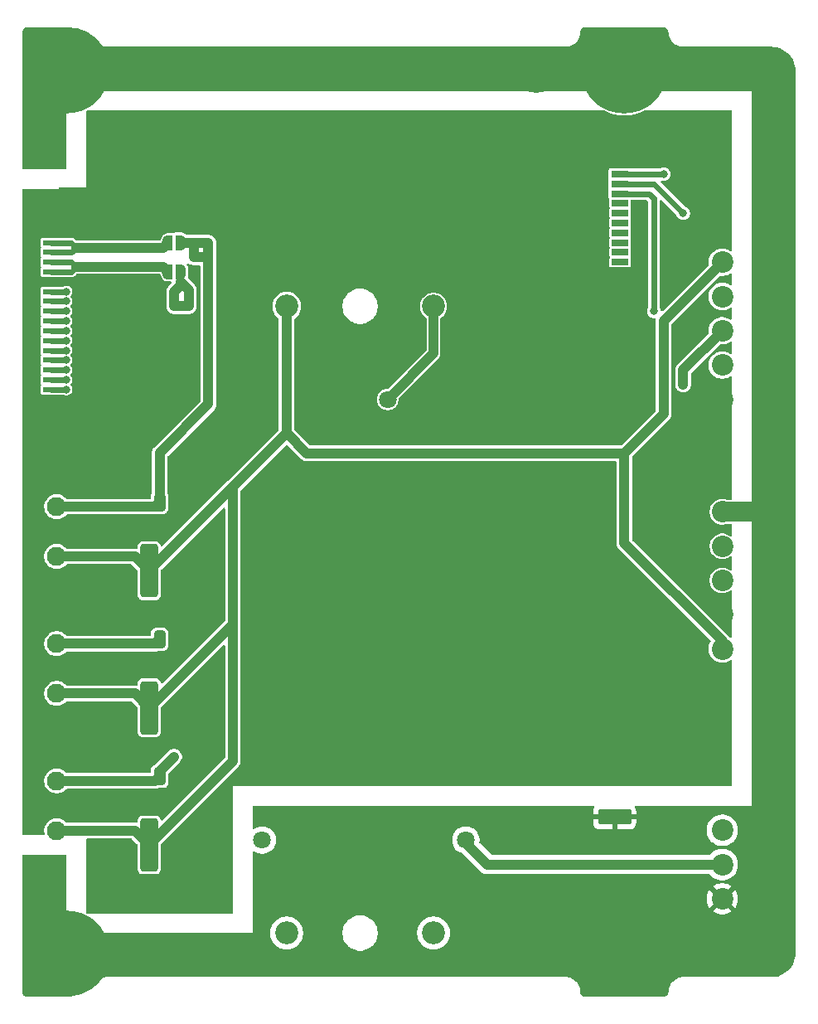
<source format=gbr>
%TF.GenerationSoftware,KiCad,Pcbnew,9.0.6*%
%TF.CreationDate,2025-12-01T14:10:10+03:00*%
%TF.ProjectId,PMPS-20W,504d5053-2d32-4305-972e-6b696361645f,rev?*%
%TF.SameCoordinates,Original*%
%TF.FileFunction,Copper,L1,Top*%
%TF.FilePolarity,Positive*%
%FSLAX46Y46*%
G04 Gerber Fmt 4.6, Leading zero omitted, Abs format (unit mm)*
G04 Created by KiCad (PCBNEW 9.0.6) date 2025-12-01 14:10:10*
%MOMM*%
%LPD*%
G01*
G04 APERTURE LIST*
G04 Aperture macros list*
%AMRoundRect*
0 Rectangle with rounded corners*
0 $1 Rounding radius*
0 $2 $3 $4 $5 $6 $7 $8 $9 X,Y pos of 4 corners*
0 Add a 4 corners polygon primitive as box body*
4,1,4,$2,$3,$4,$5,$6,$7,$8,$9,$2,$3,0*
0 Add four circle primitives for the rounded corners*
1,1,$1+$1,$2,$3*
1,1,$1+$1,$4,$5*
1,1,$1+$1,$6,$7*
1,1,$1+$1,$8,$9*
0 Add four rect primitives between the rounded corners*
20,1,$1+$1,$2,$3,$4,$5,0*
20,1,$1+$1,$4,$5,$6,$7,0*
20,1,$1+$1,$6,$7,$8,$9,0*
20,1,$1+$1,$8,$9,$2,$3,0*%
%AMFreePoly0*
4,1,23,0.500000,-0.750000,0.000000,-0.750000,0.000000,-0.745722,-0.065263,-0.745722,-0.191342,-0.711940,-0.304381,-0.646677,-0.396677,-0.554381,-0.461940,-0.441342,-0.495722,-0.315263,-0.495722,-0.250000,-0.500000,-0.250000,-0.500000,0.250000,-0.495722,0.250000,-0.495722,0.315263,-0.461940,0.441342,-0.396677,0.554381,-0.304381,0.646677,-0.191342,0.711940,-0.065263,0.745722,0.000000,0.745722,
0.000000,0.750000,0.500000,0.750000,0.500000,-0.750000,0.500000,-0.750000,$1*%
%AMFreePoly1*
4,1,23,0.000000,0.745722,0.065263,0.745722,0.191342,0.711940,0.304381,0.646677,0.396677,0.554381,0.461940,0.441342,0.495722,0.315263,0.495722,0.250000,0.500000,0.250000,0.500000,-0.250000,0.495722,-0.250000,0.495722,-0.315263,0.461940,-0.441342,0.396677,-0.554381,0.304381,-0.646677,0.191342,-0.711940,0.065263,-0.745722,0.000000,-0.745722,0.000000,-0.750000,-0.500000,-0.750000,
-0.500000,0.750000,0.000000,0.750000,0.000000,0.745722,0.000000,0.745722,$1*%
G04 Aperture macros list end*
%TA.AperFunction,ComponentPad*%
%ADD10C,0.700000*%
%TD*%
%TA.AperFunction,ComponentPad*%
%ADD11C,4.400000*%
%TD*%
%TA.AperFunction,ComponentPad*%
%ADD12C,2.200000*%
%TD*%
%TA.AperFunction,ComponentPad*%
%ADD13C,0.900000*%
%TD*%
%TA.AperFunction,ComponentPad*%
%ADD14C,8.600000*%
%TD*%
%TA.AperFunction,SMDPad,CuDef*%
%ADD15RoundRect,0.250000X-0.325000X-0.650000X0.325000X-0.650000X0.325000X0.650000X-0.325000X0.650000X0*%
%TD*%
%TA.AperFunction,ComponentPad*%
%ADD16C,1.950000*%
%TD*%
%TA.AperFunction,SMDPad,CuDef*%
%ADD17FreePoly0,0.000000*%
%TD*%
%TA.AperFunction,SMDPad,CuDef*%
%ADD18FreePoly1,0.000000*%
%TD*%
%TA.AperFunction,SMDPad,CuDef*%
%ADD19RoundRect,0.250000X-0.650000X-2.450000X0.650000X-2.450000X0.650000X2.450000X-0.650000X2.450000X0*%
%TD*%
%TA.AperFunction,ComponentPad*%
%ADD20C,1.803400*%
%TD*%
%TA.AperFunction,SMDPad,CuDef*%
%ADD21RoundRect,0.250000X1.450000X-0.537500X1.450000X0.537500X-1.450000X0.537500X-1.450000X-0.537500X0*%
%TD*%
%TA.AperFunction,ComponentPad*%
%ADD22C,2.350000*%
%TD*%
%TA.AperFunction,SMDPad,CuDef*%
%ADD23R,1.803400X0.635000*%
%TD*%
%TA.AperFunction,SMDPad,CuDef*%
%ADD24R,2.997200X2.590800*%
%TD*%
%TA.AperFunction,SMDPad,CuDef*%
%ADD25R,1.800000X0.600000*%
%TD*%
%TA.AperFunction,SMDPad,CuDef*%
%ADD26R,3.000000X2.600000*%
%TD*%
%TA.AperFunction,ViaPad*%
%ADD27C,0.800000*%
%TD*%
%TA.AperFunction,ViaPad*%
%ADD28C,1.000000*%
%TD*%
%TA.AperFunction,Conductor*%
%ADD29C,1.000000*%
%TD*%
%TA.AperFunction,Conductor*%
%ADD30C,0.600000*%
%TD*%
%TA.AperFunction,Conductor*%
%ADD31C,2.000000*%
%TD*%
G04 APERTURE END LIST*
D10*
%TO.P,SP1,PE,PE*%
%TO.N,PE*%
X11350000Y45000000D03*
X11350000Y-45000000D03*
X11833274Y46166726D03*
X11833274Y43833274D03*
X11833274Y-43833274D03*
X11833274Y-46166726D03*
X13000000Y46650000D03*
D11*
X13000000Y45000000D03*
D10*
X13000000Y43350000D03*
X13000000Y-43350000D03*
D11*
X13000000Y-45000000D03*
D10*
X13000000Y-46650000D03*
X14166726Y46166726D03*
X14166726Y43833274D03*
X14166726Y-43833274D03*
X14166726Y-46166726D03*
X14650000Y45000000D03*
X14650000Y-45000000D03*
X35350000Y45000000D03*
X35350000Y-45000000D03*
X35833274Y46166726D03*
X35833274Y43833274D03*
X35833274Y-43833274D03*
X35833274Y-46166726D03*
X37000000Y46650000D03*
D11*
X37000000Y45000000D03*
D10*
X37000000Y43350000D03*
X37000000Y-43350000D03*
D11*
X37000000Y-45000000D03*
D10*
X37000000Y-46650000D03*
X38166726Y46166726D03*
X38166726Y43833274D03*
X38166726Y-43833274D03*
X38166726Y-46166726D03*
X38650000Y45000000D03*
X38650000Y-45000000D03*
%TD*%
D12*
%TO.P,J7,1,Pin_1*%
%TO.N,+24V*%
X32000000Y-14000000D03*
%TO.P,J7,2,Pin_2*%
%TO.N,GND_MCU*%
X32000000Y-10500000D03*
%TO.P,J7,3,Pin_3*%
%TO.N,/CANL_EB*%
X32000000Y-7000000D03*
%TO.P,J7,4,Pin_4*%
%TO.N,/CANH_EB*%
X32000000Y-3500000D03*
%TO.P,J7,5,Pin_5*%
%TO.N,PE*%
X32000000Y0D03*
%TD*%
D13*
%TO.P,H4,1,1*%
%TO.N,PE*%
X18775000Y45000000D03*
X19719581Y47280419D03*
X19719581Y42719581D03*
X22000000Y48225000D03*
D14*
X22000000Y45000000D03*
D13*
X22000000Y41775000D03*
X24280419Y47280419D03*
X24280419Y42719581D03*
X25225000Y45000000D03*
%TD*%
%TO.P,H3,1,1*%
%TO.N,PE*%
X18775000Y-45000000D03*
X19719581Y-42719581D03*
X19719581Y-47280419D03*
X22000000Y-41775000D03*
D14*
X22000000Y-45000000D03*
D13*
X22000000Y-48225000D03*
X24280419Y-42719581D03*
X24280419Y-47280419D03*
X25225000Y-45000000D03*
%TD*%
%TO.P,H2,1,1*%
%TO.N,PE*%
X-38225000Y45000000D03*
X-37280419Y47280419D03*
X-37280419Y42719581D03*
X-35000000Y48225000D03*
D14*
X-35000000Y45000000D03*
D13*
X-35000000Y41775000D03*
X-32719581Y47280419D03*
X-32719581Y42719581D03*
X-31775000Y45000000D03*
%TD*%
%TO.P,H1,1,1*%
%TO.N,PE*%
X-38225000Y-45000000D03*
X-37280419Y-42719581D03*
X-37280419Y-47280419D03*
X-35000000Y-41775000D03*
D14*
X-35000000Y-45000000D03*
D13*
X-35000000Y-48225000D03*
X-32719581Y-42719581D03*
X-32719581Y-47280419D03*
X-31775000Y-45000000D03*
%TD*%
D15*
%TO.P,C7,2*%
%TO.N,GND_MCU*%
X-22525000Y-27000000D03*
%TO.P,C7,1*%
%TO.N,+5V(2)*%
X-25475000Y-27000000D03*
%TD*%
D16*
%TO.P,J3,1,VIN*%
%TO.N,+24V*%
X-36000000Y-18540000D03*
%TO.P,J3,2,GND*%
%TO.N,GND_MCU*%
X-36000000Y-16000000D03*
%TO.P,J3,3,+VO*%
%TO.N,+3V3*%
X-36000000Y-13460000D03*
%TD*%
D17*
%TO.P,JP3,1,A*%
%TO.N,+3V3-IB-front*%
X-24650000Y24500000D03*
D18*
%TO.P,JP3,2,B*%
%TO.N,+3V3*%
X-23350000Y24500000D03*
%TD*%
D19*
%TO.P,C5,2*%
%TO.N,GND_MCU*%
X-21450000Y-34000000D03*
%TO.P,C5,1*%
%TO.N,+24V*%
X-26550000Y-34000000D03*
%TD*%
D17*
%TO.P,JP1,1,A*%
%TO.N,+5V-IB-front*%
X-24650000Y27500000D03*
D18*
%TO.P,JP1,2,B*%
%TO.N,+5V*%
X-23350000Y27500000D03*
%TD*%
D20*
%TO.P,U1,1,V-*%
%TO.N,GND_MCU*%
X5799999Y11500006D03*
%TO.P,U1,2,V+*%
%TO.N,Net-(U1-V+)*%
X-2200000Y11500006D03*
%TO.P,U1,3,AC/L*%
%TO.N,Net-(U1-AC{slash}L)*%
X-15000000Y-33500006D03*
%TO.P,U1,4,AC/N*%
%TO.N,N*%
X5799999Y-33500006D03*
%TD*%
D12*
%TO.P,J10,1,Pin_1*%
%TO.N,PE*%
X32000000Y-39500000D03*
%TO.P,J10,2,Pin_2*%
%TO.N,N*%
X32000000Y-36000000D03*
%TO.P,J10,3,Pin_3*%
%TO.N,230V*%
X32000000Y-32500000D03*
%TD*%
D19*
%TO.P,C3,1*%
%TO.N,+24V*%
X-26550000Y-20000000D03*
%TO.P,C3,2*%
%TO.N,GND_MCU*%
X-21450000Y-20000000D03*
%TD*%
D15*
%TO.P,C4,1*%
%TO.N,+5V*%
X-25475000Y1000000D03*
%TO.P,C4,2*%
%TO.N,GND_MCU*%
X-22525000Y1000000D03*
%TD*%
D21*
%TO.P,C1,1*%
%TO.N,PE*%
X21000000Y-31137500D03*
%TO.P,C1,2*%
%TO.N,GND_MCU*%
X21000000Y-26862500D03*
%TD*%
D22*
%TO.P,U4,1,1*%
%TO.N,230V*%
X2500000Y-43000000D03*
%TO.P,U4,2,2*%
%TO.N,Net-(U1-AC{slash}L)*%
X-12500000Y-43000000D03*
%TD*%
D16*
%TO.P,J2,3,+VO*%
%TO.N,+5V(2)*%
X-36000000Y-27460000D03*
%TO.P,J2,2,GND*%
%TO.N,GND_MCU*%
X-36000000Y-30000000D03*
%TO.P,J2,1,VIN*%
%TO.N,+24V*%
X-36000000Y-32540000D03*
%TD*%
D23*
%TO.P,J11,1,Pin_1*%
%TO.N,GND_MCU*%
X21556000Y35499992D03*
%TO.P,J11,2,Pin_2*%
%TO.N,+24V*%
X21556000Y34499994D03*
%TO.P,J11,3,Pin_3*%
%TO.N,+5V*%
X21556000Y33499996D03*
%TO.P,J11,4,Pin_4*%
%TO.N,+3V3*%
X21556000Y32499998D03*
%TO.P,J11,5,Pin_5*%
%TO.N,unconnected-(J11-Pin_5-Pad5)*%
X21556000Y31500000D03*
%TO.P,J11,6,Pin_6*%
%TO.N,unconnected-(J11-Pin_6-Pad6)*%
X21556000Y30500000D03*
%TO.P,J11,7,Pin_7*%
%TO.N,unconnected-(J11-Pin_7-Pad7)*%
X21556000Y29500000D03*
%TO.P,J11,8,Pin_8*%
%TO.N,unconnected-(J11-Pin_8-Pad8)*%
X21556000Y28500000D03*
%TO.P,J11,9,Pin_9*%
%TO.N,unconnected-(J11-Pin_9-Pad9)*%
X21556000Y27500002D03*
%TO.P,J11,10,Pin_10*%
%TO.N,unconnected-(J11-Pin_10-Pad10)*%
X21556000Y26500004D03*
%TO.P,J11,11,Pin_11*%
%TO.N,unconnected-(J11-Pin_11-Pad11)*%
X21556000Y25500006D03*
%TO.P,J11,12,Pin_11*%
%TO.N,GND_MCU*%
X21556000Y24500008D03*
D24*
%TO.P,J11,13,Pin_11*%
X19385999Y37850003D03*
X19385999Y22149997D03*
%TD*%
D25*
%TO.P,JM1,1,Pin_1*%
%TO.N,GND_MCU*%
X-36546000Y10500000D03*
%TO.P,JM1,2,Pin_2*%
X-36546000Y11500000D03*
%TO.P,JM1,3,Pin_3*%
%TO.N,/SCL_IB*%
X-36546000Y12500000D03*
%TO.P,JM1,4,Pin_4*%
%TO.N,/SDA_IB*%
X-36546000Y13500000D03*
%TO.P,JM1,5,Pin_5*%
%TO.N,Net-(JM1-Pin_5)*%
X-36546000Y14500000D03*
%TO.P,JM1,6,Pin_6*%
%TO.N,/RST_IB*%
X-36546000Y15500000D03*
%TO.P,JM1,7,Pin_7*%
%TO.N,/CS3_IB*%
X-36546000Y16500000D03*
%TO.P,JM1,8,Pin_8*%
%TO.N,/CS2_IB*%
X-36546000Y17500000D03*
%TO.P,JM1,9,Pin_9*%
%TO.N,/CS1_IB*%
X-36546000Y18500000D03*
%TO.P,JM1,10,Pin_10*%
%TO.N,/CS0_IB*%
X-36546000Y19500000D03*
%TO.P,JM1,11,Pin_11*%
%TO.N,/SCK_IB*%
X-36546000Y20500000D03*
%TO.P,JM1,12,Pin_11*%
%TO.N,/MISO_IB*%
X-36546000Y21500000D03*
%TO.P,JM1,13,Pin_11*%
%TO.N,/MOSI_IB*%
X-36546000Y22500000D03*
%TO.P,JM1,14,Pin_11*%
%TO.N,GND_MCU*%
X-36546000Y23500000D03*
%TO.P,JM1,15,Pin_11*%
%TO.N,+3V3-IB-front*%
X-36546000Y24500000D03*
%TO.P,JM1,16,Pin_11*%
X-36546000Y25500000D03*
%TO.P,JM1,17,Pin_11*%
%TO.N,+5V-IB-front*%
X-36546000Y26500000D03*
%TO.P,JM1,18,Pin_11*%
X-36546000Y27500000D03*
%TO.P,JM1,19,Pin_11*%
%TO.N,GND_MCU*%
X-36546000Y28500000D03*
%TO.P,JM1,20,Pin_11*%
X-36546000Y29500000D03*
D26*
%TO.P,JM1,MP1,Pin_11*%
X-34375000Y8150000D03*
%TO.P,JM1,MP2,Pin_11*%
X-34375000Y31850000D03*
%TD*%
D15*
%TO.P,C6,1*%
%TO.N,+3V3*%
X-25475000Y-13000000D03*
%TO.P,C6,2*%
%TO.N,GND_MCU*%
X-22525000Y-13000000D03*
%TD*%
D22*
%TO.P,U2,1,1*%
%TO.N,Net-(U1-V+)*%
X2500000Y21000000D03*
%TO.P,U2,2,2*%
%TO.N,+24V*%
X-12500000Y21000000D03*
%TD*%
D19*
%TO.P,C2,1*%
%TO.N,+24V*%
X-26550000Y-6000000D03*
%TO.P,C2,2*%
%TO.N,GND_MCU*%
X-21450000Y-6000000D03*
%TD*%
D16*
%TO.P,J4,1,VIN*%
%TO.N,+24V*%
X-36000000Y-4540000D03*
%TO.P,J4,2,GND*%
%TO.N,GND_MCU*%
X-36000000Y-2000000D03*
%TO.P,J4,3,+VO*%
%TO.N,+5V*%
X-36000000Y540000D03*
%TD*%
D12*
%TO.P,J6,1,Pin_1*%
%TO.N,GND_MCU*%
X32000000Y11500000D03*
%TO.P,J6,2,Pin_2*%
%TO.N,+3V3*%
X32000000Y15000000D03*
%TO.P,J6,3,Pin_3*%
%TO.N,+5V(2)*%
X32000000Y18500000D03*
%TO.P,J6,4,Pin_4*%
%TO.N,+5V*%
X32000000Y22000000D03*
%TO.P,J6,5,Pin_5*%
%TO.N,+24V*%
X32000000Y25500000D03*
%TD*%
D27*
%TO.N,GND_MCU*%
X13000000Y13000000D03*
X12000000Y12000000D03*
X11000000Y13000000D03*
X11000000Y11000000D03*
X13000000Y11000000D03*
X-20000000Y-40000000D03*
X-22000000Y-40000000D03*
X-20000000Y-38000000D03*
X-21000000Y-39000000D03*
X-22000000Y-38000000D03*
D28*
%TO.N,+5V(2)*%
X28000000Y13000000D03*
X-24000000Y-25000000D03*
%TO.N,+5V*%
X-22000000Y26000000D03*
X-22000000Y27500000D03*
D27*
X28000000Y30500000D03*
D28*
X-20500000Y26000000D03*
X-20500000Y27500000D03*
D27*
%TO.N,+24V*%
X26000000Y34499996D03*
D28*
%TO.N,+3V3*%
X-24000000Y22500000D03*
X-22500000Y22500000D03*
X-22500000Y21000000D03*
X-24000000Y21000000D03*
D27*
X25000000Y20500000D03*
%TO.N,/CS0_IB*%
X-35000000Y19500000D03*
%TO.N,/MOSI_IB*%
X-35000000Y22500000D03*
%TO.N,/SCK_IB*%
X-35000000Y20500000D03*
%TO.N,/CS1_IB*%
X-35000000Y18500000D03*
%TO.N,/MISO_IB*%
X-35000000Y21500000D03*
%TO.N,/CS3_IB*%
X-35000000Y16500000D03*
%TO.N,/CS2_IB*%
X-35000000Y17500000D03*
%TO.N,Net-(JM1-Pin_5)*%
X-35000000Y14500000D03*
%TO.N,/RST_IB*%
X-35000000Y15500000D03*
%TO.N,/SCL_IB*%
X-35000000Y12500000D03*
%TO.N,/SDA_IB*%
X-35000000Y13500000D03*
%TD*%
D29*
%TO.N,+5V(2)*%
X-25475000Y-27000000D02*
X-25475000Y-26475000D01*
X-25475000Y-26475000D02*
X-24000000Y-25000000D01*
X28000000Y13000000D02*
X28000000Y14500000D01*
X28000000Y14500000D02*
X32000000Y18500000D01*
%TO.N,+5V*%
X-36000000Y540000D02*
X-25935000Y540000D01*
X-25935000Y540000D02*
X-25475000Y1000000D01*
%TO.N,+3V3*%
X-36000000Y-13460000D02*
X-25935000Y-13460000D01*
X-25935000Y-13460000D02*
X-25475000Y-13000000D01*
%TO.N,+5V(2)*%
X-25475000Y-27000000D02*
X-25935000Y-27460000D01*
X-25935000Y-27460000D02*
X-36000000Y-27460000D01*
D30*
%TO.N,+3V3*%
X25000000Y20500000D02*
X25000000Y31999996D01*
X25000000Y31999996D02*
X24499998Y32499998D01*
X24499998Y32499998D02*
X21556000Y32499998D01*
D29*
%TO.N,+24V*%
X32000000Y-14000000D02*
X32000000Y-13188420D01*
X32000000Y-13188420D02*
X22000000Y-3188420D01*
X22000000Y-3188420D02*
X22000000Y6000000D01*
X32000000Y25500000D02*
X26000000Y19500000D01*
X26000000Y19500000D02*
X26000000Y10000000D01*
X26000000Y10000000D02*
X22000000Y6000000D01*
X22000000Y6000000D02*
X-10450000Y6000000D01*
X-10450000Y6000000D02*
X-12500000Y8050000D01*
X-12500000Y21000000D02*
X-12500000Y8050000D01*
X-12500000Y8050000D02*
X-18000000Y2550000D01*
X-26550000Y-6000000D02*
X-18000000Y2550000D01*
X-18000000Y2550000D02*
X-18000000Y-11450000D01*
X-26550000Y-20000000D02*
X-18000000Y-11450000D01*
X-18000000Y-11450000D02*
X-18000000Y-25450000D01*
X-26550000Y-34000000D02*
X-18000000Y-25450000D01*
%TO.N,Net-(U1-V+)*%
X2500000Y21000000D02*
X2500000Y16200006D01*
X2500000Y16200006D02*
X-2200000Y11500006D01*
%TO.N,N*%
X32000000Y-36000000D02*
X8000000Y-36000000D01*
X8000000Y-36000000D02*
X5799999Y-33799999D01*
D31*
%TO.N,PE*%
X32000000Y0D02*
X37000000Y0D01*
D29*
%TO.N,+5V*%
X-20500000Y26000000D02*
X-20500000Y27500000D01*
D30*
X28000000Y30500000D02*
X27999996Y30500000D01*
X27999996Y30500000D02*
X25000000Y33499996D01*
D29*
X-25475000Y6025000D02*
X-20500000Y11000000D01*
X-20500000Y11000000D02*
X-20500000Y26000000D01*
X-20500000Y26000000D02*
X-22000000Y26000000D01*
X-25475000Y1000000D02*
X-25475000Y6025000D01*
X-22000000Y27500000D02*
X-20500000Y27500000D01*
D30*
X21556000Y33499996D02*
X25000000Y33499996D01*
D29*
X-22000000Y27500000D02*
X-23344000Y27500000D01*
X-22000000Y27500000D02*
X-22000000Y26000000D01*
%TO.N,+24V*%
X-26550000Y-20000000D02*
X-28010000Y-18540000D01*
X-26550000Y-6000000D02*
X-28010000Y-4540000D01*
X-28010000Y-4540000D02*
X-36000000Y-4540000D01*
X-26550000Y-34000000D02*
X-28010000Y-32540000D01*
D30*
X25999998Y34499994D02*
X21556000Y34499994D01*
D29*
X-28010000Y-32540000D02*
X-36000000Y-32540000D01*
X-36301000Y-32841000D02*
X-36000000Y-32540000D01*
X-28010000Y-18540000D02*
X-36000000Y-18540000D01*
D30*
X26000000Y34499996D02*
X25999998Y34499994D01*
D29*
%TO.N,+3V3*%
X-24000000Y21000000D02*
X-22500000Y21000000D01*
X-23344000Y23156000D02*
X-24000000Y22500000D01*
X-22500000Y22500000D02*
X-22500000Y21000000D01*
X-24000000Y21000000D02*
X-24000000Y22500000D01*
X-22500000Y22656000D02*
X-23344000Y23500000D01*
X-22500000Y22500000D02*
X-22500000Y22656000D01*
X-23344000Y23500000D02*
X-23344000Y23156000D01*
D30*
%TO.N,/CS0_IB*%
X-36546000Y19500000D02*
X-35000000Y19500000D01*
%TO.N,+3V3-IB-front*%
X-36546000Y24500000D02*
X-34500000Y24500000D01*
X-36546000Y25500000D02*
X-34500000Y25500000D01*
D29*
X-34000000Y25000000D02*
X-25150000Y25000000D01*
D30*
X-34500000Y25500000D02*
X-34000000Y25000000D01*
X-34500000Y24500000D02*
X-34000000Y25000000D01*
D29*
X-25150000Y25000000D02*
X-24656000Y24506000D01*
X-24656000Y24506000D02*
X-24656000Y24500000D01*
%TO.N,+5V-IB-front*%
X-24656000Y27494000D02*
X-24656000Y27500000D01*
X-34000000Y27000000D02*
X-25150000Y27000000D01*
D30*
X-36546000Y27500000D02*
X-34500000Y27500000D01*
X-34500000Y26500000D02*
X-34000000Y27000000D01*
X-34500000Y27500000D02*
X-34000000Y27000000D01*
D29*
X-25150000Y27000000D02*
X-24656000Y27494000D01*
D30*
X-36546000Y26500000D02*
X-34500000Y26500000D01*
%TO.N,/MOSI_IB*%
X-36546000Y22500000D02*
X-35000000Y22500000D01*
%TO.N,/SCK_IB*%
X-36546000Y20500000D02*
X-35000000Y20500000D01*
%TO.N,/CS1_IB*%
X-36546000Y18500000D02*
X-35000000Y18500000D01*
%TO.N,/MISO_IB*%
X-36546000Y21500000D02*
X-35000000Y21500000D01*
%TO.N,/CS3_IB*%
X-36546000Y16500000D02*
X-35000000Y16500000D01*
%TO.N,/CS2_IB*%
X-36546000Y17500000D02*
X-35000000Y17500000D01*
%TO.N,Net-(JM1-Pin_5)*%
X-36546000Y14500000D02*
X-35000000Y14500000D01*
%TO.N,/RST_IB*%
X-36546000Y15500000D02*
X-35000000Y15500000D01*
%TO.N,/SCL_IB*%
X-36546000Y12500000D02*
X-35000000Y12500000D01*
%TO.N,/SDA_IB*%
X-36546000Y13500000D02*
X-35000000Y13500000D01*
%TD*%
%TA.AperFunction,Conductor*%
%TO.N,GND_MCU*%
G36*
X-12456667Y6858742D02*
G01*
X-12412320Y6830241D01*
X-10960293Y5378214D01*
X-10960289Y5378211D01*
X-10829186Y5290610D01*
X-10829173Y5290603D01*
X-10683502Y5230265D01*
X-10683497Y5230263D01*
X-10528847Y5199501D01*
X-10528844Y5199500D01*
X-10528842Y5199500D01*
X-10371157Y5199500D01*
X21075500Y5199500D01*
X21142539Y5179815D01*
X21188294Y5127011D01*
X21199500Y5075500D01*
X21199500Y-3267266D01*
X21230261Y-3421909D01*
X21230264Y-3421921D01*
X21290602Y-3567592D01*
X21290609Y-3567605D01*
X21378210Y-3698708D01*
X21378213Y-3698712D01*
X30787597Y-13108095D01*
X30821082Y-13169418D01*
X30816098Y-13239110D01*
X30804116Y-13261453D01*
X30804728Y-13261829D01*
X30802184Y-13265979D01*
X30702104Y-13462393D01*
X30702103Y-13462396D01*
X30633985Y-13672047D01*
X30599500Y-13889778D01*
X30599500Y-14110221D01*
X30633985Y-14327952D01*
X30702103Y-14537603D01*
X30702104Y-14537606D01*
X30755322Y-14642050D01*
X30786935Y-14704093D01*
X30802187Y-14734025D01*
X30931752Y-14912358D01*
X30931756Y-14912363D01*
X31087636Y-15068243D01*
X31087641Y-15068247D01*
X31164568Y-15124137D01*
X31265978Y-15197815D01*
X31364343Y-15247935D01*
X31462393Y-15297895D01*
X31462396Y-15297896D01*
X31567221Y-15331955D01*
X31672049Y-15366015D01*
X31889778Y-15400500D01*
X31889779Y-15400500D01*
X32110221Y-15400500D01*
X32110222Y-15400500D01*
X32327951Y-15366015D01*
X32537606Y-15297895D01*
X32734022Y-15197815D01*
X32771231Y-15170780D01*
X32803115Y-15147617D01*
X32868921Y-15124137D01*
X32936975Y-15139963D01*
X32985670Y-15190069D01*
X33000000Y-15247935D01*
X33000000Y-27876000D01*
X32980315Y-27943039D01*
X32927511Y-27988794D01*
X32876000Y-28000000D01*
X-18000000Y-28000000D01*
X-18000000Y-40876000D01*
X-18019685Y-40943039D01*
X-18072489Y-40988794D01*
X-18124000Y-41000000D01*
X-32876000Y-41000000D01*
X-32943039Y-40980315D01*
X-32988794Y-40927511D01*
X-33000000Y-40876000D01*
X-33000000Y-33464500D01*
X-32980315Y-33397461D01*
X-32927511Y-33351706D01*
X-32876000Y-33340500D01*
X-28392940Y-33340500D01*
X-28325901Y-33360185D01*
X-28305259Y-33376819D01*
X-27786819Y-33895259D01*
X-27753334Y-33956582D01*
X-27750500Y-33982940D01*
X-27750500Y-36493102D01*
X-27748436Y-36510289D01*
X-27739878Y-36581561D01*
X-27684361Y-36722343D01*
X-27592923Y-36842922D01*
X-27472344Y-36934360D01*
X-27472343Y-36934360D01*
X-27472342Y-36934361D01*
X-27331564Y-36989877D01*
X-27243102Y-37000500D01*
X-27243097Y-37000500D01*
X-25856903Y-37000500D01*
X-25856898Y-37000500D01*
X-25768436Y-36989877D01*
X-25627658Y-36934361D01*
X-25507078Y-36842922D01*
X-25415639Y-36722342D01*
X-25360123Y-36581564D01*
X-25349500Y-36493102D01*
X-25349500Y-33982940D01*
X-25329815Y-33915901D01*
X-25313181Y-33895259D01*
X-17378214Y-25960292D01*
X-17378211Y-25960289D01*
X-17290606Y-25829179D01*
X-17230263Y-25683497D01*
X-17199500Y-25528842D01*
X-17199500Y-25371158D01*
X-17199500Y-11371158D01*
X-17199500Y2167060D01*
X-17179815Y2234099D01*
X-17163181Y2254741D01*
X-16246133Y3171789D01*
X-12587680Y6830243D01*
X-12526359Y6863726D01*
X-12456667Y6858742D01*
G37*
%TD.AperFunction*%
%TA.AperFunction,Conductor*%
G36*
X19953850Y40988383D02*
G01*
X20276092Y40838119D01*
X20645384Y40703707D01*
X21024985Y40601993D01*
X21412007Y40533751D01*
X21803502Y40499501D01*
X21803503Y40499500D01*
X21803504Y40499500D01*
X22196497Y40499500D01*
X22196497Y40499501D01*
X22587993Y40533751D01*
X22975015Y40601993D01*
X23354616Y40703707D01*
X23723908Y40838119D01*
X24046149Y40988383D01*
X24098554Y41000000D01*
X32876000Y41000000D01*
X32943039Y40980315D01*
X32988794Y40927511D01*
X33000000Y40876000D01*
X33000000Y26747936D01*
X32980315Y26680897D01*
X32927511Y26635142D01*
X32858353Y26625198D01*
X32803116Y26647617D01*
X32734024Y26697814D01*
X32537606Y26797896D01*
X32537603Y26797897D01*
X32327952Y26866015D01*
X32219086Y26883258D01*
X32110222Y26900500D01*
X31889778Y26900500D01*
X31817201Y26889005D01*
X31672047Y26866015D01*
X31462396Y26797897D01*
X31462393Y26797896D01*
X31265974Y26697813D01*
X31087641Y26568248D01*
X31087636Y26568244D01*
X30931756Y26412364D01*
X30931752Y26412359D01*
X30802187Y26234026D01*
X30702104Y26037607D01*
X30702103Y26037604D01*
X30633985Y25827953D01*
X30599500Y25610222D01*
X30599500Y25389773D01*
X30611246Y25315613D01*
X30602292Y25246320D01*
X30576454Y25208534D01*
X25903763Y20535843D01*
X25842440Y20502358D01*
X25772748Y20507342D01*
X25716815Y20549214D01*
X25694465Y20599333D01*
X25673581Y20704321D01*
X25673581Y20704323D01*
X25673580Y20704328D01*
X25673578Y20704333D01*
X25620776Y20831810D01*
X25617905Y20837181D01*
X25619205Y20837877D01*
X25600520Y20897562D01*
X25600500Y20899770D01*
X25600500Y31750899D01*
X25620185Y31817938D01*
X25672989Y31863693D01*
X25742147Y31873637D01*
X25805703Y31844612D01*
X25812181Y31838580D01*
X27292702Y30358059D01*
X27323734Y30301229D01*
X27324650Y30301506D01*
X27325984Y30297107D01*
X27326187Y30296736D01*
X27326383Y30295792D01*
X27326420Y30295670D01*
X27379221Y30168196D01*
X27379228Y30168183D01*
X27455885Y30053459D01*
X27455888Y30053455D01*
X27553454Y29955889D01*
X27553458Y29955886D01*
X27668182Y29879229D01*
X27668195Y29879222D01*
X27795667Y29826422D01*
X27795672Y29826420D01*
X27795676Y29826420D01*
X27795677Y29826419D01*
X27931004Y29799500D01*
X27931007Y29799500D01*
X28068995Y29799500D01*
X28160041Y29817611D01*
X28204328Y29826420D01*
X28331811Y29879225D01*
X28446542Y29955886D01*
X28544114Y30053458D01*
X28620775Y30168189D01*
X28673580Y30295672D01*
X28700500Y30431007D01*
X28700500Y30568993D01*
X28700500Y30568996D01*
X28673581Y30704323D01*
X28673580Y30704324D01*
X28673580Y30704328D01*
X28673578Y30704333D01*
X28620778Y30831805D01*
X28620771Y30831818D01*
X28544114Y30946542D01*
X28544111Y30946546D01*
X28446545Y31044112D01*
X28446541Y31044115D01*
X28331817Y31120772D01*
X28331804Y31120779D01*
X28204330Y31173580D01*
X28198494Y31175350D01*
X28198921Y31176760D01*
X28143497Y31205761D01*
X28141931Y31207300D01*
X25744110Y33605121D01*
X25710625Y33666444D01*
X25715609Y33736136D01*
X25757481Y33792069D01*
X25822945Y33816486D01*
X25855983Y33814419D01*
X25931004Y33799496D01*
X25931007Y33799496D01*
X26068995Y33799496D01*
X26160041Y33817607D01*
X26204328Y33826416D01*
X26331811Y33879221D01*
X26446542Y33955882D01*
X26544114Y34053454D01*
X26620775Y34168185D01*
X26673580Y34295668D01*
X26700500Y34431003D01*
X26700500Y34568989D01*
X26700500Y34568992D01*
X26673581Y34704319D01*
X26673580Y34704320D01*
X26673580Y34704324D01*
X26673578Y34704329D01*
X26620778Y34831801D01*
X26620771Y34831814D01*
X26544114Y34946538D01*
X26544111Y34946542D01*
X26446545Y35044108D01*
X26446541Y35044111D01*
X26331817Y35120768D01*
X26331804Y35120775D01*
X26204332Y35173575D01*
X26204322Y35173578D01*
X26068995Y35200496D01*
X26068993Y35200496D01*
X25931007Y35200496D01*
X25931005Y35200496D01*
X25795677Y35173578D01*
X25795667Y35173575D01*
X25668190Y35120773D01*
X25662819Y35117901D01*
X25662124Y35119201D01*
X25602435Y35100514D01*
X25600227Y35100494D01*
X22586881Y35100494D01*
X22536795Y35111059D01*
X22527691Y35115079D01*
X22502565Y35117994D01*
X20609443Y35117994D01*
X20609417Y35117992D01*
X20584312Y35115081D01*
X20584308Y35115079D01*
X20481535Y35069701D01*
X20402094Y34990260D01*
X20356715Y34887488D01*
X20356715Y34887486D01*
X20353800Y34862363D01*
X20353800Y34137638D01*
X20353802Y34137612D01*
X20356713Y34112508D01*
X20356714Y34112504D01*
X20356715Y34112503D01*
X20384277Y34050081D01*
X20393348Y33980804D01*
X20384277Y33949911D01*
X20356715Y33887490D01*
X20356715Y33887488D01*
X20353800Y33862365D01*
X20353800Y33137640D01*
X20353802Y33137614D01*
X20356713Y33112510D01*
X20356714Y33112506D01*
X20356715Y33112505D01*
X20384277Y33050083D01*
X20393348Y32980806D01*
X20384277Y32949913D01*
X20356715Y32887492D01*
X20356715Y32887490D01*
X20353800Y32862367D01*
X20353800Y32137642D01*
X20353802Y32137616D01*
X20356713Y32112511D01*
X20356715Y32112507D01*
X20402093Y32009734D01*
X20426971Y31984856D01*
X20460456Y31923533D01*
X20460908Y31872986D01*
X20453800Y31837249D01*
X20453800Y31162748D01*
X20465431Y31104271D01*
X20489072Y31068890D01*
X20509949Y31002212D01*
X20491464Y30934832D01*
X20489072Y30931110D01*
X20465432Y30895730D01*
X20465431Y30895730D01*
X20453800Y30837253D01*
X20453800Y30162748D01*
X20465431Y30104271D01*
X20489072Y30068890D01*
X20509949Y30002212D01*
X20491464Y29934832D01*
X20489072Y29931110D01*
X20465432Y29895730D01*
X20465431Y29895730D01*
X20453800Y29837253D01*
X20453800Y29162748D01*
X20465431Y29104271D01*
X20489072Y29068890D01*
X20509949Y29002212D01*
X20491464Y28934832D01*
X20489072Y28931110D01*
X20465432Y28895730D01*
X20465431Y28895730D01*
X20453800Y28837253D01*
X20453800Y28162748D01*
X20465431Y28104271D01*
X20465432Y28104270D01*
X20489071Y28068892D01*
X20509949Y28002215D01*
X20491465Y27934834D01*
X20489071Y27931110D01*
X20465432Y27895733D01*
X20465431Y27895732D01*
X20453800Y27837255D01*
X20453800Y27162750D01*
X20465431Y27104273D01*
X20465432Y27104272D01*
X20489071Y27068894D01*
X20509949Y27002217D01*
X20491465Y26934836D01*
X20489071Y26931112D01*
X20465432Y26895735D01*
X20465431Y26895734D01*
X20453800Y26837257D01*
X20453800Y26162752D01*
X20465431Y26104275D01*
X20465432Y26104274D01*
X20489071Y26068896D01*
X20509949Y26002219D01*
X20491465Y25934838D01*
X20489071Y25931114D01*
X20465432Y25895737D01*
X20465431Y25895736D01*
X20453800Y25837259D01*
X20453800Y25162754D01*
X20465431Y25104277D01*
X20465432Y25104276D01*
X20509747Y25037954D01*
X20576069Y24993639D01*
X20576070Y24993638D01*
X20634547Y24982007D01*
X20634550Y24982006D01*
X20634552Y24982006D01*
X22477450Y24982006D01*
X22477451Y24982007D01*
X22492268Y24984954D01*
X22535929Y24993638D01*
X22535929Y24993639D01*
X22535931Y24993639D01*
X22602252Y25037954D01*
X22646567Y25104275D01*
X22646567Y25104277D01*
X22646568Y25104277D01*
X22658199Y25162754D01*
X22658200Y25162756D01*
X22658200Y25837257D01*
X22658199Y25837259D01*
X22646568Y25895735D01*
X22635792Y25911862D01*
X22622928Y25931115D01*
X22602050Y25997790D01*
X22620533Y26065170D01*
X22622928Y26068896D01*
X22646567Y26104273D01*
X22650048Y26121770D01*
X22658199Y26162752D01*
X22658200Y26162754D01*
X22658200Y26837255D01*
X22658199Y26837257D01*
X22646568Y26895733D01*
X22622930Y26931109D01*
X22622928Y26931113D01*
X22602050Y26997788D01*
X22620533Y27065168D01*
X22622928Y27068894D01*
X22646567Y27104271D01*
X22658200Y27162754D01*
X22658200Y27837250D01*
X22658200Y27837253D01*
X22658199Y27837255D01*
X22646568Y27895731D01*
X22643383Y27900498D01*
X22622928Y27931111D01*
X22602050Y27997786D01*
X22620533Y28065166D01*
X22622928Y28068892D01*
X22646567Y28104269D01*
X22658200Y28162752D01*
X22658200Y28837248D01*
X22658200Y28837251D01*
X22658199Y28837253D01*
X22646568Y28895730D01*
X22646567Y28895731D01*
X22622928Y28931109D01*
X22602050Y28997786D01*
X22620534Y29065166D01*
X22622928Y29068891D01*
X22628588Y29077363D01*
X22646567Y29104269D01*
X22646567Y29104271D01*
X22646568Y29104271D01*
X22658199Y29162748D01*
X22658200Y29162750D01*
X22658200Y29837251D01*
X22658199Y29837253D01*
X22646568Y29895730D01*
X22646567Y29895731D01*
X22622928Y29931109D01*
X22602050Y29997786D01*
X22620534Y30065166D01*
X22622928Y30068891D01*
X22628588Y30077363D01*
X22646567Y30104269D01*
X22646567Y30104271D01*
X22646568Y30104271D01*
X22658199Y30162748D01*
X22658200Y30162750D01*
X22658200Y30837251D01*
X22658199Y30837253D01*
X22646568Y30895730D01*
X22646567Y30895731D01*
X22622928Y30931109D01*
X22602050Y30997786D01*
X22620534Y31065166D01*
X22622928Y31068891D01*
X22628588Y31077363D01*
X22646567Y31104269D01*
X22646567Y31104271D01*
X22646568Y31104271D01*
X22658199Y31162748D01*
X22658200Y31162750D01*
X22658200Y31775498D01*
X22677885Y31842537D01*
X22730689Y31888292D01*
X22782200Y31899498D01*
X24199901Y31899498D01*
X24229341Y31890854D01*
X24259328Y31884330D01*
X24264343Y31880576D01*
X24266940Y31879813D01*
X24287582Y31863179D01*
X24363181Y31787580D01*
X24396666Y31726257D01*
X24399500Y31699899D01*
X24399500Y20899770D01*
X24381253Y20837631D01*
X24382095Y20837181D01*
X24379935Y20833141D01*
X24379815Y20832731D01*
X24379278Y20831913D01*
X24379223Y20831810D01*
X24326421Y20704333D01*
X24326418Y20704323D01*
X24299500Y20568996D01*
X24299500Y20568993D01*
X24299500Y20431007D01*
X24299500Y20431005D01*
X24299499Y20431005D01*
X24326418Y20295678D01*
X24326421Y20295668D01*
X24379221Y20168196D01*
X24379228Y20168183D01*
X24455885Y20053459D01*
X24455888Y20053455D01*
X24553454Y19955889D01*
X24553458Y19955886D01*
X24668182Y19879229D01*
X24668195Y19879222D01*
X24795667Y19826422D01*
X24795672Y19826420D01*
X24795676Y19826420D01*
X24795677Y19826419D01*
X24931004Y19799500D01*
X24931007Y19799500D01*
X25068995Y19799500D01*
X25075058Y19800097D01*
X25075183Y19798821D01*
X25138145Y19793190D01*
X25193325Y19750331D01*
X25216575Y19684443D01*
X25214371Y19653607D01*
X25199500Y19578842D01*
X25199500Y10382940D01*
X25179815Y10315901D01*
X25163181Y10295259D01*
X21704741Y6836819D01*
X21643418Y6803334D01*
X21617060Y6800500D01*
X-10067060Y6800500D01*
X-10134099Y6820185D01*
X-10154741Y6836819D01*
X-11663181Y8345259D01*
X-11696666Y8406582D01*
X-11699500Y8432940D01*
X-11699500Y11586751D01*
X-3302200Y11586751D01*
X-3302200Y11413261D01*
X-3289263Y11331578D01*
X-3275060Y11241906D01*
X-3221451Y11076911D01*
X-3221450Y11076908D01*
X-3142686Y10922327D01*
X-3040711Y10781971D01*
X-2918035Y10659295D01*
X-2777679Y10557320D01*
X-2701862Y10518690D01*
X-2623099Y10478557D01*
X-2623096Y10478556D01*
X-2540599Y10451752D01*
X-2458099Y10424946D01*
X-2286745Y10397806D01*
X-2286744Y10397806D01*
X-2113256Y10397806D01*
X-2113255Y10397806D01*
X-1941901Y10424946D01*
X-1776902Y10478557D01*
X-1622321Y10557320D01*
X-1481965Y10659295D01*
X-1359289Y10781971D01*
X-1257314Y10922327D01*
X-1178551Y11076908D01*
X-1124940Y11241907D01*
X-1097800Y11413261D01*
X-1097800Y11560188D01*
X-1078115Y11627227D01*
X-1061481Y11647869D01*
X3044111Y15753460D01*
X3044112Y15753461D01*
X3044112Y15753462D01*
X3044114Y15753463D01*
X3120775Y15868195D01*
X3120989Y15868710D01*
X3167301Y15980520D01*
X3173580Y15995678D01*
X3188014Y16068242D01*
X3200500Y16131010D01*
X3200500Y19745551D01*
X3220185Y19812590D01*
X3251611Y19845867D01*
X3396078Y19950828D01*
X3549172Y20103922D01*
X3676433Y20279081D01*
X3774726Y20471991D01*
X3841630Y20677903D01*
X3875500Y20891746D01*
X3875500Y21108254D01*
X3841630Y21322097D01*
X3774726Y21528009D01*
X3774726Y21528010D01*
X3701334Y21672048D01*
X3676433Y21720919D01*
X3549172Y21896078D01*
X3396078Y22049172D01*
X3220919Y22176433D01*
X3194883Y22189699D01*
X3028009Y22274727D01*
X3028006Y22274728D01*
X2822098Y22341630D01*
X2715175Y22358565D01*
X2608254Y22375500D01*
X2391746Y22375500D01*
X2340606Y22367400D01*
X2177901Y22341630D01*
X1971993Y22274728D01*
X1971990Y22274727D01*
X1779080Y22176433D01*
X1703844Y22121770D01*
X1603922Y22049172D01*
X1603920Y22049170D01*
X1603919Y22049170D01*
X1450830Y21896081D01*
X1450830Y21896080D01*
X1450828Y21896078D01*
X1430944Y21868710D01*
X1323567Y21720920D01*
X1225273Y21528010D01*
X1225272Y21528007D01*
X1158370Y21322099D01*
X1124500Y21108254D01*
X1124500Y20891746D01*
X1126047Y20881980D01*
X1158370Y20677902D01*
X1225272Y20471994D01*
X1225273Y20471991D01*
X1308762Y20308138D01*
X1323567Y20279081D01*
X1450828Y20103922D01*
X1603922Y19950828D01*
X1748387Y19845868D01*
X1791051Y19790539D01*
X1799500Y19745551D01*
X1799500Y16541526D01*
X1779815Y16474487D01*
X1763181Y16453845D01*
X-2052139Y12638525D01*
X-2113462Y12605040D01*
X-2139820Y12602206D01*
X-2286745Y12602206D01*
X-2308148Y12598816D01*
X-2458101Y12575066D01*
X-2623096Y12521457D01*
X-2623099Y12521456D01*
X-2777680Y12442692D01*
X-2807614Y12420943D01*
X-2918035Y12340717D01*
X-2918037Y12340715D01*
X-2918038Y12340715D01*
X-3040709Y12218044D01*
X-3040709Y12218043D01*
X-3040711Y12218041D01*
X-3068166Y12180252D01*
X-3142686Y12077686D01*
X-3221450Y11923105D01*
X-3221451Y11923102D01*
X-3275060Y11758107D01*
X-3275060Y11758105D01*
X-3302200Y11586751D01*
X-11699500Y11586751D01*
X-11699500Y19694598D01*
X-11679815Y19761637D01*
X-11648384Y19794917D01*
X-11644283Y19797896D01*
X-11550525Y19866015D01*
X-11538780Y19874548D01*
X-11538780Y19874549D01*
X-11538776Y19874551D01*
X-11374551Y20038776D01*
X-11238039Y20226669D01*
X-11132600Y20433604D01*
X-11060831Y20654486D01*
X-11036211Y20809931D01*
X-11024500Y20883871D01*
X-11024500Y21116128D01*
X-11024501Y21116132D01*
X-11024798Y21118005D01*
X-6800500Y21118005D01*
X-6800500Y20881996D01*
X-6800499Y20881980D01*
X-6777112Y20704333D01*
X-6769693Y20647986D01*
X-6756701Y20599500D01*
X-6708606Y20420007D01*
X-6618286Y20201955D01*
X-6618281Y20201944D01*
X-6561686Y20103920D01*
X-6500273Y19997550D01*
X-6500271Y19997547D01*
X-6500270Y19997546D01*
X-6356594Y19810303D01*
X-6356588Y19810296D01*
X-6189705Y19643413D01*
X-6189699Y19643408D01*
X-6002450Y19499727D01*
X-5871082Y19423882D01*
X-5798057Y19381720D01*
X-5798052Y19381718D01*
X-5798049Y19381716D01*
X-5579993Y19291394D01*
X-5352014Y19230307D01*
X-5118011Y19199500D01*
X-5118004Y19199500D01*
X-4881996Y19199500D01*
X-4881989Y19199500D01*
X-4647986Y19230307D01*
X-4420007Y19291394D01*
X-4201951Y19381716D01*
X-3997550Y19499727D01*
X-3810301Y19643408D01*
X-3643408Y19810301D01*
X-3499727Y19997550D01*
X-3383131Y20199500D01*
X-3381720Y20201944D01*
X-3381720Y20201945D01*
X-3381716Y20201951D01*
X-3291394Y20420007D01*
X-3230307Y20647986D01*
X-3199500Y20881989D01*
X-3199500Y21118011D01*
X-3230307Y21352014D01*
X-3291394Y21579993D01*
X-3381716Y21798049D01*
X-3381718Y21798052D01*
X-3381720Y21798057D01*
X-3434676Y21889778D01*
X-3499727Y22002450D01*
X-3582423Y22110222D01*
X-3643407Y22189698D01*
X-3643413Y22189705D01*
X-3810296Y22356588D01*
X-3810303Y22356594D01*
X-3997546Y22500270D01*
X-3997547Y22500271D01*
X-3997550Y22500273D01*
X-4133635Y22578842D01*
X-4201944Y22618281D01*
X-4201955Y22618286D01*
X-4420007Y22708606D01*
X-4512920Y22733502D01*
X-4647986Y22769693D01*
X-4647987Y22769694D01*
X-4647990Y22769694D01*
X-4881980Y22800499D01*
X-4881983Y22800500D01*
X-4881989Y22800500D01*
X-5118011Y22800500D01*
X-5118017Y22800500D01*
X-5118021Y22800499D01*
X-5352011Y22769694D01*
X-5579994Y22708606D01*
X-5798046Y22618286D01*
X-5798057Y22618281D01*
X-6002455Y22500270D01*
X-6189698Y22356594D01*
X-6189705Y22356588D01*
X-6356588Y22189705D01*
X-6356594Y22189698D01*
X-6500270Y22002455D01*
X-6500273Y22002451D01*
X-6500273Y22002450D01*
X-6507986Y21989091D01*
X-6618281Y21798057D01*
X-6618286Y21798046D01*
X-6708606Y21579994D01*
X-6769694Y21352011D01*
X-6800499Y21118021D01*
X-6800500Y21118005D01*
X-11024798Y21118005D01*
X-11048588Y21268210D01*
X-11060831Y21345514D01*
X-11132600Y21566396D01*
X-11132602Y21566399D01*
X-11132602Y21566401D01*
X-11188224Y21675564D01*
X-11238039Y21773331D01*
X-11374551Y21961224D01*
X-11538776Y22125449D01*
X-11726669Y22261961D01*
X-11738947Y22268217D01*
X-11933600Y22367399D01*
X-12154486Y22439169D01*
X-12383871Y22475500D01*
X-12383876Y22475500D01*
X-12616124Y22475500D01*
X-12616129Y22475500D01*
X-12845515Y22439169D01*
X-13066401Y22367399D01*
X-13273332Y22261961D01*
X-13461227Y22125447D01*
X-13625447Y21961227D01*
X-13761961Y21773332D01*
X-13867399Y21566401D01*
X-13939169Y21345515D01*
X-13975500Y21116130D01*
X-13975500Y20883871D01*
X-13939169Y20654486D01*
X-13867399Y20433600D01*
X-13783127Y20268210D01*
X-13761961Y20226669D01*
X-13625449Y20038776D01*
X-13625447Y20038774D01*
X-13461221Y19874548D01*
X-13385794Y19819748D01*
X-13355717Y19797896D01*
X-13351616Y19794917D01*
X-13308949Y19739587D01*
X-13300500Y19694598D01*
X-13300500Y8432940D01*
X-13320185Y8365901D01*
X-13336819Y8345259D01*
X-18510289Y3171789D01*
X-25153350Y-3471271D01*
X-25214673Y-3504756D01*
X-25284365Y-3499772D01*
X-25340298Y-3457900D01*
X-25355851Y-3425297D01*
X-25357207Y-3425832D01*
X-25360123Y-3418438D01*
X-25360123Y-3418436D01*
X-25415639Y-3277658D01*
X-25415640Y-3277657D01*
X-25415640Y-3277656D01*
X-25507078Y-3157077D01*
X-25627657Y-3065639D01*
X-25768439Y-3010122D01*
X-25814074Y-3004642D01*
X-25856898Y-2999500D01*
X-27243102Y-2999500D01*
X-27282147Y-3004188D01*
X-27331562Y-3010122D01*
X-27472344Y-3065639D01*
X-27592923Y-3157077D01*
X-27684361Y-3277656D01*
X-27739878Y-3418438D01*
X-27743559Y-3449095D01*
X-27750500Y-3506898D01*
X-27750500Y-3506903D01*
X-27750500Y-3624340D01*
X-27770185Y-3691379D01*
X-27822989Y-3737134D01*
X-27892147Y-3747078D01*
X-27898690Y-3745958D01*
X-27931158Y-3739500D01*
X-34945309Y-3739500D01*
X-35012348Y-3719815D01*
X-35032990Y-3703181D01*
X-35169066Y-3567105D01*
X-35169068Y-3567103D01*
X-35331492Y-3449095D01*
X-35378198Y-3425297D01*
X-35510374Y-3357949D01*
X-35701320Y-3295907D01*
X-35816540Y-3277658D01*
X-35899616Y-3264500D01*
X-36100384Y-3264500D01*
X-36183448Y-3277656D01*
X-36298681Y-3295907D01*
X-36489627Y-3357949D01*
X-36668509Y-3449095D01*
X-36699031Y-3471271D01*
X-36830932Y-3567103D01*
X-36830934Y-3567105D01*
X-36830935Y-3567105D01*
X-36972895Y-3709065D01*
X-36972895Y-3709066D01*
X-36972897Y-3709068D01*
X-36980705Y-3719815D01*
X-37090905Y-3871491D01*
X-37182051Y-4050373D01*
X-37244093Y-4241319D01*
X-37275500Y-4439616D01*
X-37275500Y-4640383D01*
X-37244093Y-4838680D01*
X-37182051Y-5029626D01*
X-37090905Y-5208508D01*
X-36972897Y-5370932D01*
X-36830932Y-5512897D01*
X-36668508Y-5630905D01*
X-36583993Y-5673967D01*
X-36489627Y-5722050D01*
X-36489625Y-5722050D01*
X-36489622Y-5722052D01*
X-36298680Y-5784093D01*
X-36100384Y-5815500D01*
X-36100383Y-5815500D01*
X-35899617Y-5815500D01*
X-35899616Y-5815500D01*
X-35701320Y-5784093D01*
X-35510378Y-5722052D01*
X-35331492Y-5630905D01*
X-35169068Y-5512897D01*
X-35032990Y-5376819D01*
X-34971667Y-5343334D01*
X-34945309Y-5340500D01*
X-28392940Y-5340500D01*
X-28325901Y-5360185D01*
X-28305259Y-5376819D01*
X-27786819Y-5895259D01*
X-27753334Y-5956582D01*
X-27750500Y-5982940D01*
X-27750500Y-8493102D01*
X-27744874Y-8539954D01*
X-27739878Y-8581561D01*
X-27684361Y-8722343D01*
X-27592923Y-8842922D01*
X-27472344Y-8934360D01*
X-27472343Y-8934360D01*
X-27472342Y-8934361D01*
X-27331564Y-8989877D01*
X-27243102Y-9000500D01*
X-27243097Y-9000500D01*
X-25856903Y-9000500D01*
X-25856898Y-9000500D01*
X-25768436Y-8989877D01*
X-25627658Y-8934361D01*
X-25507078Y-8842922D01*
X-25415639Y-8722342D01*
X-25360123Y-8581564D01*
X-25349500Y-8493102D01*
X-25349500Y-5982940D01*
X-25329815Y-5915901D01*
X-25313181Y-5895259D01*
X-19012181Y405741D01*
X-18950858Y439226D01*
X-18881166Y434242D01*
X-18825233Y392370D01*
X-18800816Y326906D01*
X-18800500Y318060D01*
X-18800500Y-11067060D01*
X-18820185Y-11134099D01*
X-18836819Y-11154741D01*
X-25153350Y-17471271D01*
X-25214673Y-17504756D01*
X-25284365Y-17499772D01*
X-25340298Y-17457900D01*
X-25355851Y-17425297D01*
X-25357207Y-17425832D01*
X-25360123Y-17418438D01*
X-25360123Y-17418436D01*
X-25415639Y-17277658D01*
X-25415640Y-17277657D01*
X-25415640Y-17277656D01*
X-25507078Y-17157077D01*
X-25627657Y-17065639D01*
X-25768439Y-17010122D01*
X-25814074Y-17004642D01*
X-25856898Y-16999500D01*
X-27243102Y-16999500D01*
X-27282147Y-17004188D01*
X-27331562Y-17010122D01*
X-27472344Y-17065639D01*
X-27592923Y-17157077D01*
X-27684361Y-17277656D01*
X-27739878Y-17418438D01*
X-27743559Y-17449095D01*
X-27750500Y-17506898D01*
X-27750500Y-17506903D01*
X-27750500Y-17624340D01*
X-27770185Y-17691379D01*
X-27822989Y-17737134D01*
X-27892147Y-17747078D01*
X-27898690Y-17745958D01*
X-27931158Y-17739500D01*
X-34945309Y-17739500D01*
X-35012348Y-17719815D01*
X-35032990Y-17703181D01*
X-35169066Y-17567105D01*
X-35169068Y-17567103D01*
X-35331492Y-17449095D01*
X-35378198Y-17425297D01*
X-35510374Y-17357949D01*
X-35701320Y-17295907D01*
X-35816540Y-17277658D01*
X-35899616Y-17264500D01*
X-36100384Y-17264500D01*
X-36183448Y-17277656D01*
X-36298681Y-17295907D01*
X-36489627Y-17357949D01*
X-36668509Y-17449095D01*
X-36699031Y-17471271D01*
X-36830932Y-17567103D01*
X-36830934Y-17567105D01*
X-36830935Y-17567105D01*
X-36972895Y-17709065D01*
X-36972895Y-17709066D01*
X-36972897Y-17709068D01*
X-36980705Y-17719815D01*
X-37090905Y-17871491D01*
X-37182051Y-18050373D01*
X-37244093Y-18241319D01*
X-37275500Y-18439616D01*
X-37275500Y-18640383D01*
X-37244093Y-18838680D01*
X-37182051Y-19029626D01*
X-37090905Y-19208508D01*
X-36972897Y-19370932D01*
X-36830932Y-19512897D01*
X-36668508Y-19630905D01*
X-36583993Y-19673967D01*
X-36489627Y-19722050D01*
X-36489625Y-19722050D01*
X-36489622Y-19722052D01*
X-36298680Y-19784093D01*
X-36100384Y-19815500D01*
X-36100383Y-19815500D01*
X-35899617Y-19815500D01*
X-35899616Y-19815500D01*
X-35701320Y-19784093D01*
X-35510378Y-19722052D01*
X-35331492Y-19630905D01*
X-35169068Y-19512897D01*
X-35032990Y-19376819D01*
X-34971667Y-19343334D01*
X-34945309Y-19340500D01*
X-28392940Y-19340500D01*
X-28325901Y-19360185D01*
X-28305259Y-19376819D01*
X-27786819Y-19895259D01*
X-27753334Y-19956582D01*
X-27750500Y-19982940D01*
X-27750500Y-22493102D01*
X-27744874Y-22539954D01*
X-27739878Y-22581561D01*
X-27684361Y-22722343D01*
X-27592923Y-22842922D01*
X-27472344Y-22934360D01*
X-27472343Y-22934360D01*
X-27472342Y-22934361D01*
X-27331564Y-22989877D01*
X-27243102Y-23000500D01*
X-27243097Y-23000500D01*
X-25856903Y-23000500D01*
X-25856898Y-23000500D01*
X-25768436Y-22989877D01*
X-25627658Y-22934361D01*
X-25507078Y-22842922D01*
X-25415639Y-22722342D01*
X-25360123Y-22581564D01*
X-25349500Y-22493102D01*
X-25349500Y-19982940D01*
X-25329815Y-19915901D01*
X-25313181Y-19895259D01*
X-19012181Y-13594259D01*
X-18950858Y-13560774D01*
X-18881166Y-13565758D01*
X-18825233Y-13607630D01*
X-18800816Y-13673094D01*
X-18800500Y-13681940D01*
X-18800500Y-25067060D01*
X-18820185Y-25134099D01*
X-18836819Y-25154741D01*
X-25153350Y-31471271D01*
X-25214673Y-31504756D01*
X-25284365Y-31499772D01*
X-25340298Y-31457900D01*
X-25355851Y-31425297D01*
X-25357207Y-31425832D01*
X-25360123Y-31418438D01*
X-25360123Y-31418436D01*
X-25415639Y-31277658D01*
X-25415640Y-31277657D01*
X-25415640Y-31277656D01*
X-25507078Y-31157077D01*
X-25627657Y-31065639D01*
X-25768439Y-31010122D01*
X-25814074Y-31004642D01*
X-25856898Y-30999500D01*
X-27243102Y-30999500D01*
X-27282147Y-31004188D01*
X-27331562Y-31010122D01*
X-27472344Y-31065639D01*
X-27592923Y-31157077D01*
X-27684361Y-31277656D01*
X-27739878Y-31418438D01*
X-27741477Y-31431758D01*
X-27750500Y-31506898D01*
X-27750500Y-31506903D01*
X-27750500Y-31624340D01*
X-27770185Y-31691379D01*
X-27822989Y-31737134D01*
X-27892147Y-31747078D01*
X-27898690Y-31745958D01*
X-27931158Y-31739500D01*
X-34945309Y-31739500D01*
X-35012348Y-31719815D01*
X-35032990Y-31703181D01*
X-35169066Y-31567105D01*
X-35169068Y-31567103D01*
X-35331492Y-31449095D01*
X-35510374Y-31357949D01*
X-35701320Y-31295907D01*
X-35816540Y-31277658D01*
X-35899616Y-31264500D01*
X-36100384Y-31264500D01*
X-36183448Y-31277656D01*
X-36298681Y-31295907D01*
X-36489627Y-31357949D01*
X-36668509Y-31449095D01*
X-36699031Y-31471271D01*
X-36830932Y-31567103D01*
X-36830934Y-31567105D01*
X-36830935Y-31567105D01*
X-36972895Y-31709065D01*
X-36972895Y-31709066D01*
X-36972897Y-31709068D01*
X-37017358Y-31770263D01*
X-37090905Y-31871491D01*
X-37182051Y-32050373D01*
X-37244093Y-32241319D01*
X-37275500Y-32439616D01*
X-37275500Y-32640383D01*
X-37244093Y-32838681D01*
X-37242954Y-32843427D01*
X-37244245Y-32843736D01*
X-37242423Y-32907526D01*
X-37278505Y-32967358D01*
X-37341207Y-32998184D01*
X-37362349Y-33000000D01*
X-39375500Y-33000000D01*
X-39442539Y-32980315D01*
X-39488294Y-32927511D01*
X-39499500Y-32876000D01*
X-39499500Y-27359616D01*
X-37275500Y-27359616D01*
X-37275500Y-27560384D01*
X-37244093Y-27758680D01*
X-37182051Y-27949626D01*
X-37090905Y-28128508D01*
X-36972897Y-28290932D01*
X-36830932Y-28432897D01*
X-36668508Y-28550905D01*
X-36583993Y-28593967D01*
X-36489627Y-28642050D01*
X-36489625Y-28642050D01*
X-36489622Y-28642052D01*
X-36298680Y-28704093D01*
X-36100384Y-28735500D01*
X-36100383Y-28735500D01*
X-35899617Y-28735500D01*
X-35899616Y-28735500D01*
X-35701320Y-28704093D01*
X-35510378Y-28642052D01*
X-35331492Y-28550905D01*
X-35169068Y-28432897D01*
X-35032990Y-28296819D01*
X-34971667Y-28263334D01*
X-34945309Y-28260500D01*
X-25856156Y-28260500D01*
X-25856155Y-28260499D01*
X-25779848Y-28245320D01*
X-25701512Y-28229739D01*
X-25701510Y-28229738D01*
X-25701503Y-28229737D01*
X-25653706Y-28209938D01*
X-25606254Y-28200500D01*
X-25106903Y-28200500D01*
X-25106898Y-28200500D01*
X-25018436Y-28189877D01*
X-24877658Y-28134361D01*
X-24757078Y-28042922D01*
X-24665639Y-27922342D01*
X-24610123Y-27781564D01*
X-24599500Y-27693102D01*
X-24599500Y-26782940D01*
X-24579815Y-26715901D01*
X-24563181Y-26695259D01*
X-23378214Y-25510292D01*
X-23378211Y-25510289D01*
X-23290606Y-25379179D01*
X-23230263Y-25233497D01*
X-23199500Y-25078842D01*
X-23199500Y-24921158D01*
X-23199500Y-24921155D01*
X-23199501Y-24921153D01*
X-23230262Y-24766510D01*
X-23230263Y-24766503D01*
X-23230265Y-24766498D01*
X-23290603Y-24620827D01*
X-23290610Y-24620814D01*
X-23378211Y-24489711D01*
X-23378214Y-24489707D01*
X-23489708Y-24378213D01*
X-23489712Y-24378210D01*
X-23620815Y-24290609D01*
X-23620828Y-24290602D01*
X-23766499Y-24230264D01*
X-23766511Y-24230261D01*
X-23921155Y-24199500D01*
X-23921158Y-24199500D01*
X-24078842Y-24199500D01*
X-24078845Y-24199500D01*
X-24233490Y-24230261D01*
X-24233502Y-24230264D01*
X-24379173Y-24290602D01*
X-24379186Y-24290609D01*
X-24510289Y-24378210D01*
X-24510293Y-24378213D01*
X-25930907Y-25798827D01*
X-25973097Y-25826500D01*
X-26072342Y-25865638D01*
X-26192923Y-25957077D01*
X-26284361Y-26077656D01*
X-26339878Y-26218438D01*
X-26345812Y-26267853D01*
X-26350500Y-26306898D01*
X-26350500Y-26306903D01*
X-26350500Y-26535500D01*
X-26370185Y-26602539D01*
X-26422989Y-26648294D01*
X-26474500Y-26659500D01*
X-34945309Y-26659500D01*
X-35012348Y-26639815D01*
X-35032990Y-26623181D01*
X-35169066Y-26487105D01*
X-35169068Y-26487103D01*
X-35331492Y-26369095D01*
X-35510374Y-26277949D01*
X-35701320Y-26215907D01*
X-35899616Y-26184500D01*
X-36100384Y-26184500D01*
X-36199532Y-26200203D01*
X-36298681Y-26215907D01*
X-36489627Y-26277949D01*
X-36668509Y-26369095D01*
X-36761178Y-26436423D01*
X-36830932Y-26487103D01*
X-36830934Y-26487105D01*
X-36830935Y-26487105D01*
X-36972895Y-26629065D01*
X-36972895Y-26629066D01*
X-36972897Y-26629068D01*
X-36995007Y-26659500D01*
X-37090905Y-26791491D01*
X-37182051Y-26970373D01*
X-37244093Y-27161319D01*
X-37244093Y-27161320D01*
X-37275500Y-27359616D01*
X-39499500Y-27359616D01*
X-39499500Y-13359616D01*
X-37275500Y-13359616D01*
X-37275500Y-13560384D01*
X-37244093Y-13758680D01*
X-37182051Y-13949626D01*
X-37100223Y-14110221D01*
X-37090905Y-14128508D01*
X-36972897Y-14290932D01*
X-36830932Y-14432897D01*
X-36668508Y-14550905D01*
X-36583993Y-14593967D01*
X-36489627Y-14642050D01*
X-36489625Y-14642050D01*
X-36489622Y-14642052D01*
X-36298680Y-14704093D01*
X-36100384Y-14735500D01*
X-36100383Y-14735500D01*
X-35899617Y-14735500D01*
X-35899616Y-14735500D01*
X-35701320Y-14704093D01*
X-35510378Y-14642052D01*
X-35331492Y-14550905D01*
X-35169068Y-14432897D01*
X-35032990Y-14296819D01*
X-34971667Y-14263334D01*
X-34945309Y-14260500D01*
X-25856156Y-14260500D01*
X-25856155Y-14260499D01*
X-25779848Y-14245320D01*
X-25701512Y-14229739D01*
X-25701510Y-14229738D01*
X-25701503Y-14229737D01*
X-25653706Y-14209938D01*
X-25606254Y-14200500D01*
X-25106903Y-14200500D01*
X-25106898Y-14200500D01*
X-25018436Y-14189877D01*
X-24877658Y-14134361D01*
X-24757078Y-14042922D01*
X-24665639Y-13922342D01*
X-24610123Y-13781564D01*
X-24599500Y-13693102D01*
X-24599500Y-12306898D01*
X-24610123Y-12218436D01*
X-24665639Y-12077658D01*
X-24665640Y-12077657D01*
X-24665640Y-12077656D01*
X-24757078Y-11957077D01*
X-24877657Y-11865639D01*
X-25018439Y-11810122D01*
X-25064074Y-11804642D01*
X-25106898Y-11799500D01*
X-25843102Y-11799500D01*
X-25882147Y-11804188D01*
X-25931562Y-11810122D01*
X-26072344Y-11865639D01*
X-26192923Y-11957077D01*
X-26284361Y-12077656D01*
X-26339878Y-12218438D01*
X-26345812Y-12267853D01*
X-26350500Y-12306898D01*
X-26350500Y-12306903D01*
X-26350500Y-12535500D01*
X-26370185Y-12602539D01*
X-26422989Y-12648294D01*
X-26474500Y-12659500D01*
X-34945309Y-12659500D01*
X-35012348Y-12639815D01*
X-35032990Y-12623181D01*
X-35169066Y-12487105D01*
X-35169068Y-12487103D01*
X-35331492Y-12369095D01*
X-35510374Y-12277949D01*
X-35701320Y-12215907D01*
X-35899616Y-12184500D01*
X-36100384Y-12184500D01*
X-36199532Y-12200203D01*
X-36298681Y-12215907D01*
X-36489627Y-12277949D01*
X-36668509Y-12369095D01*
X-36761178Y-12436423D01*
X-36830932Y-12487103D01*
X-36830934Y-12487105D01*
X-36830935Y-12487105D01*
X-36972895Y-12629065D01*
X-36972895Y-12629066D01*
X-36972897Y-12629068D01*
X-36995007Y-12659500D01*
X-37090905Y-12791491D01*
X-37182051Y-12970373D01*
X-37244093Y-13161319D01*
X-37244093Y-13161320D01*
X-37275500Y-13359616D01*
X-39499500Y-13359616D01*
X-39499500Y22819753D01*
X-37646500Y22819753D01*
X-37646500Y22180248D01*
X-37634869Y22121771D01*
X-37634868Y22121770D01*
X-37599535Y22068891D01*
X-37578657Y22002214D01*
X-37597141Y21934834D01*
X-37599535Y21931109D01*
X-37634868Y21878231D01*
X-37634869Y21878230D01*
X-37646500Y21819753D01*
X-37646500Y21180248D01*
X-37634869Y21121771D01*
X-37634868Y21121770D01*
X-37599535Y21068891D01*
X-37578657Y21002214D01*
X-37597141Y20934834D01*
X-37599535Y20931109D01*
X-37634868Y20878231D01*
X-37634869Y20878230D01*
X-37646500Y20819753D01*
X-37646500Y20180248D01*
X-37634869Y20121771D01*
X-37634868Y20121770D01*
X-37599535Y20068891D01*
X-37578657Y20002214D01*
X-37597141Y19934834D01*
X-37599535Y19931109D01*
X-37634868Y19878231D01*
X-37634869Y19878230D01*
X-37646500Y19819753D01*
X-37646500Y19180248D01*
X-37634869Y19121771D01*
X-37634868Y19121770D01*
X-37599535Y19068891D01*
X-37578657Y19002214D01*
X-37597141Y18934834D01*
X-37599535Y18931109D01*
X-37634868Y18878231D01*
X-37634869Y18878230D01*
X-37646500Y18819753D01*
X-37646500Y18180248D01*
X-37634869Y18121771D01*
X-37634868Y18121770D01*
X-37599535Y18068891D01*
X-37578657Y18002214D01*
X-37597141Y17934834D01*
X-37599535Y17931109D01*
X-37634868Y17878231D01*
X-37634869Y17878230D01*
X-37646500Y17819753D01*
X-37646500Y17180248D01*
X-37634869Y17121771D01*
X-37634868Y17121770D01*
X-37599535Y17068891D01*
X-37578657Y17002214D01*
X-37597141Y16934834D01*
X-37599535Y16931109D01*
X-37634868Y16878231D01*
X-37634869Y16878230D01*
X-37646500Y16819753D01*
X-37646500Y16180248D01*
X-37634869Y16121771D01*
X-37634868Y16121770D01*
X-37599535Y16068891D01*
X-37578657Y16002214D01*
X-37597141Y15934834D01*
X-37599535Y15931109D01*
X-37634868Y15878231D01*
X-37634869Y15878230D01*
X-37646500Y15819753D01*
X-37646500Y15180248D01*
X-37634869Y15121771D01*
X-37634868Y15121770D01*
X-37599535Y15068891D01*
X-37578657Y15002214D01*
X-37597141Y14934834D01*
X-37599535Y14931109D01*
X-37634868Y14878231D01*
X-37634869Y14878230D01*
X-37646500Y14819753D01*
X-37646500Y14180248D01*
X-37634869Y14121771D01*
X-37634868Y14121770D01*
X-37599535Y14068891D01*
X-37578657Y14002214D01*
X-37597141Y13934834D01*
X-37599535Y13931109D01*
X-37634868Y13878231D01*
X-37634869Y13878230D01*
X-37646500Y13819753D01*
X-37646500Y13180248D01*
X-37634869Y13121771D01*
X-37634868Y13121770D01*
X-37599535Y13068891D01*
X-37578657Y13002214D01*
X-37597141Y12934834D01*
X-37599535Y12931109D01*
X-37634868Y12878231D01*
X-37634869Y12878230D01*
X-37646500Y12819753D01*
X-37646500Y12180248D01*
X-37634869Y12121771D01*
X-37634868Y12121770D01*
X-37590553Y12055448D01*
X-37524231Y12011133D01*
X-37524230Y12011132D01*
X-37465753Y11999501D01*
X-37465750Y11999500D01*
X-37465748Y11999500D01*
X-36611892Y11999500D01*
X-35367334Y11999500D01*
X-35305335Y11982888D01*
X-35231784Y11940423D01*
X-35079057Y11899500D01*
X-35079055Y11899500D01*
X-34920945Y11899500D01*
X-34920943Y11899500D01*
X-34768216Y11940423D01*
X-34631284Y12019480D01*
X-34519480Y12131284D01*
X-34440423Y12268216D01*
X-34399500Y12420943D01*
X-34399500Y12579057D01*
X-34440423Y12731784D01*
X-34440427Y12731791D01*
X-34519476Y12868710D01*
X-34519482Y12868718D01*
X-34563083Y12912319D01*
X-34596568Y12973642D01*
X-34591584Y13043334D01*
X-34563083Y13087681D01*
X-34519480Y13131284D01*
X-34440423Y13268216D01*
X-34399500Y13420943D01*
X-34399500Y13579057D01*
X-34440423Y13731784D01*
X-34452132Y13752065D01*
X-34519476Y13868710D01*
X-34519482Y13868718D01*
X-34563083Y13912319D01*
X-34596568Y13973642D01*
X-34591584Y14043334D01*
X-34563083Y14087681D01*
X-34519480Y14131284D01*
X-34440423Y14268216D01*
X-34399500Y14420943D01*
X-34399500Y14579057D01*
X-34440423Y14731784D01*
X-34441415Y14733502D01*
X-34519476Y14868710D01*
X-34519482Y14868718D01*
X-34563083Y14912319D01*
X-34596568Y14973642D01*
X-34591584Y15043334D01*
X-34563083Y15087681D01*
X-34519480Y15131284D01*
X-34440423Y15268216D01*
X-34399500Y15420943D01*
X-34399500Y15579057D01*
X-34440423Y15731784D01*
X-34441717Y15734026D01*
X-34519476Y15868710D01*
X-34519482Y15868718D01*
X-34563083Y15912319D01*
X-34596568Y15973642D01*
X-34591584Y16043334D01*
X-34563083Y16087681D01*
X-34519480Y16131284D01*
X-34440423Y16268216D01*
X-34399500Y16420943D01*
X-34399500Y16579057D01*
X-34440423Y16731784D01*
X-34440427Y16731791D01*
X-34519476Y16868710D01*
X-34519482Y16868718D01*
X-34563083Y16912319D01*
X-34596568Y16973642D01*
X-34591584Y17043334D01*
X-34563083Y17087681D01*
X-34551264Y17099500D01*
X-34519480Y17131284D01*
X-34440423Y17268216D01*
X-34399500Y17420943D01*
X-34399500Y17579057D01*
X-34440423Y17731784D01*
X-34460165Y17765978D01*
X-34519476Y17868710D01*
X-34519482Y17868718D01*
X-34563083Y17912319D01*
X-34596568Y17973642D01*
X-34591584Y18043334D01*
X-34563083Y18087681D01*
X-34519480Y18131284D01*
X-34440423Y18268216D01*
X-34399500Y18420943D01*
X-34399500Y18579057D01*
X-34440423Y18731784D01*
X-34440427Y18731791D01*
X-34519476Y18868710D01*
X-34519482Y18868718D01*
X-34563083Y18912319D01*
X-34596568Y18973642D01*
X-34591584Y19043334D01*
X-34563083Y19087681D01*
X-34519480Y19131284D01*
X-34440423Y19268216D01*
X-34399500Y19420943D01*
X-34399500Y19579057D01*
X-34440423Y19731784D01*
X-34475875Y19793190D01*
X-34519476Y19868710D01*
X-34519482Y19868718D01*
X-34563083Y19912319D01*
X-34596568Y19973642D01*
X-34591584Y20043334D01*
X-34563083Y20087681D01*
X-34546842Y20103922D01*
X-34519480Y20131284D01*
X-34440423Y20268216D01*
X-34399500Y20420943D01*
X-34399500Y20579057D01*
X-34440423Y20731784D01*
X-34452132Y20752065D01*
X-34519476Y20868710D01*
X-34519482Y20868718D01*
X-34563083Y20912319D01*
X-34596568Y20973642D01*
X-34591584Y21043334D01*
X-34563083Y21087681D01*
X-34542510Y21108254D01*
X-34519480Y21131284D01*
X-34440423Y21268216D01*
X-34399500Y21420943D01*
X-34399500Y21579057D01*
X-34440423Y21731784D01*
X-34464410Y21773331D01*
X-34519476Y21868710D01*
X-34519482Y21868718D01*
X-34563083Y21912319D01*
X-34596568Y21973642D01*
X-34591584Y22043334D01*
X-34563083Y22087681D01*
X-34519480Y22131284D01*
X-34440423Y22268216D01*
X-34399500Y22420943D01*
X-34399500Y22579057D01*
X-34440423Y22731784D01*
X-34441717Y22734026D01*
X-34519476Y22868710D01*
X-34519482Y22868718D01*
X-34631283Y22980519D01*
X-34631291Y22980525D01*
X-34768210Y23059574D01*
X-34768214Y23059576D01*
X-34768216Y23059577D01*
X-34920943Y23100500D01*
X-35079057Y23100500D01*
X-35231784Y23059577D01*
X-35231787Y23059576D01*
X-35305334Y23017113D01*
X-35367334Y23000500D01*
X-37465753Y23000500D01*
X-37524230Y22988869D01*
X-37524231Y22988868D01*
X-37590553Y22944553D01*
X-37634868Y22878231D01*
X-37634869Y22878230D01*
X-37646500Y22819753D01*
X-39499500Y22819753D01*
X-39499500Y27819753D01*
X-37646500Y27819753D01*
X-37646500Y27180248D01*
X-37634869Y27121771D01*
X-37634868Y27121770D01*
X-37599535Y27068891D01*
X-37578657Y27002214D01*
X-37597141Y26934834D01*
X-37599535Y26931109D01*
X-37634868Y26878231D01*
X-37634869Y26878230D01*
X-37646500Y26819753D01*
X-37646500Y26180248D01*
X-37634869Y26121771D01*
X-37634868Y26121770D01*
X-37599535Y26068891D01*
X-37578657Y26002214D01*
X-37597141Y25934834D01*
X-37599535Y25931109D01*
X-37634868Y25878231D01*
X-37634869Y25878230D01*
X-37646500Y25819753D01*
X-37646500Y25180248D01*
X-37634869Y25121771D01*
X-37634868Y25121770D01*
X-37599535Y25068891D01*
X-37578657Y25002214D01*
X-37597141Y24934834D01*
X-37599535Y24931109D01*
X-37634868Y24878231D01*
X-37634869Y24878230D01*
X-37646500Y24819753D01*
X-37646500Y24180248D01*
X-37634869Y24121771D01*
X-37634868Y24121770D01*
X-37590553Y24055448D01*
X-37524231Y24011133D01*
X-37524230Y24011132D01*
X-37465753Y23999501D01*
X-37465750Y23999500D01*
X-37465748Y23999500D01*
X-34434110Y23999500D01*
X-34434108Y23999500D01*
X-34306814Y24033608D01*
X-34192686Y24099500D01*
X-34029005Y24263181D01*
X-33967682Y24296666D01*
X-33941324Y24299500D01*
X-25491520Y24299500D01*
X-25462083Y24290857D01*
X-25432097Y24284334D01*
X-25427080Y24280578D01*
X-25424481Y24279815D01*
X-25403842Y24263184D01*
X-25389917Y24249260D01*
X-25356430Y24187938D01*
X-25354656Y24177763D01*
X-25348497Y24130986D01*
X-25314422Y24003819D01*
X-25314420Y24003812D01*
X-25293899Y23954269D01*
X-25293892Y23954255D01*
X-25228066Y23840241D01*
X-25195410Y23797684D01*
X-25195409Y23797683D01*
X-25102317Y23704591D01*
X-25059757Y23671933D01*
X-24945743Y23606107D01*
X-24945738Y23606105D01*
X-24945732Y23606102D01*
X-24896189Y23585581D01*
X-24896187Y23585581D01*
X-24896181Y23585578D01*
X-24769014Y23551503D01*
X-24715826Y23544500D01*
X-24715820Y23544500D01*
X-24386940Y23544500D01*
X-24319901Y23524815D01*
X-24274146Y23472011D01*
X-24264202Y23402853D01*
X-24293227Y23339297D01*
X-24299259Y23332819D01*
X-24510289Y23121789D01*
X-24563830Y23068248D01*
X-24621791Y23010288D01*
X-24709391Y22879186D01*
X-24709398Y22879173D01*
X-24769736Y22733502D01*
X-24769739Y22733490D01*
X-24800500Y22578847D01*
X-24800500Y20921154D01*
X-24769739Y20766511D01*
X-24769736Y20766499D01*
X-24709398Y20620828D01*
X-24709391Y20620815D01*
X-24621790Y20489712D01*
X-24621787Y20489708D01*
X-24510293Y20378214D01*
X-24510289Y20378211D01*
X-24379186Y20290610D01*
X-24379173Y20290603D01*
X-24244755Y20234926D01*
X-24233497Y20230263D01*
X-24103224Y20204350D01*
X-24078847Y20199501D01*
X-24078844Y20199500D01*
X-24078842Y20199500D01*
X-22421156Y20199500D01*
X-22421155Y20199501D01*
X-22266503Y20230263D01*
X-22120821Y20290606D01*
X-21989711Y20378211D01*
X-21878211Y20489711D01*
X-21790606Y20620821D01*
X-21789654Y20623118D01*
X-21776662Y20654486D01*
X-21730263Y20766503D01*
X-21699500Y20921158D01*
X-21699500Y21078842D01*
X-21699500Y22578842D01*
X-21699500Y22734842D01*
X-21720023Y22838015D01*
X-21730263Y22889497D01*
X-21739735Y22912365D01*
X-21753067Y22944552D01*
X-21790603Y23035173D01*
X-21790610Y23035186D01*
X-21878210Y23166288D01*
X-21909737Y23197815D01*
X-21989711Y23277789D01*
X-22560026Y23848104D01*
X-22593511Y23909427D01*
X-22589853Y23973965D01*
X-22590036Y23974014D01*
X-22589800Y23974896D01*
X-22589756Y23975668D01*
X-22588993Y23977918D01*
X-22588985Y23977936D01*
X-22554910Y24105103D01*
X-22544500Y24184174D01*
X-22544500Y24815826D01*
X-22554910Y24894897D01*
X-22588985Y25022064D01*
X-22611119Y25075500D01*
X-22619500Y25095735D01*
X-22619508Y25095751D01*
X-22687360Y25213273D01*
X-22685749Y25214204D01*
X-22704394Y25273677D01*
X-22685933Y25341064D01*
X-22633971Y25387772D01*
X-22565004Y25398973D01*
X-22511524Y25379036D01*
X-22379186Y25290610D01*
X-22379173Y25290603D01*
X-22233502Y25230265D01*
X-22233497Y25230263D01*
X-22078847Y25199501D01*
X-22078844Y25199500D01*
X-22078842Y25199500D01*
X-21921158Y25199500D01*
X-21424500Y25199500D01*
X-21357461Y25179815D01*
X-21311706Y25127011D01*
X-21300500Y25075500D01*
X-21300500Y11382940D01*
X-21320185Y11315901D01*
X-21336819Y11295259D01*
X-25985289Y6646789D01*
X-26041040Y6591038D01*
X-26096791Y6535288D01*
X-26184391Y6404186D01*
X-26184398Y6404173D01*
X-26244736Y6258502D01*
X-26244739Y6258490D01*
X-26275500Y6103847D01*
X-26275500Y1968380D01*
X-26284145Y1922890D01*
X-26339878Y1781562D01*
X-26345812Y1732147D01*
X-26350500Y1693102D01*
X-26350500Y1693097D01*
X-26350500Y1464500D01*
X-26370185Y1397461D01*
X-26422989Y1351706D01*
X-26474500Y1340500D01*
X-34945309Y1340500D01*
X-35012348Y1360185D01*
X-35032990Y1376819D01*
X-35169066Y1512895D01*
X-35169068Y1512897D01*
X-35331492Y1630905D01*
X-35510374Y1722051D01*
X-35701320Y1784093D01*
X-35899616Y1815500D01*
X-36100384Y1815500D01*
X-36199532Y1799797D01*
X-36298681Y1784093D01*
X-36489627Y1722051D01*
X-36668509Y1630905D01*
X-36761178Y1563577D01*
X-36830932Y1512897D01*
X-36830934Y1512895D01*
X-36830935Y1512895D01*
X-36972895Y1370935D01*
X-36972895Y1370934D01*
X-36972897Y1370932D01*
X-36995007Y1340500D01*
X-37090905Y1208509D01*
X-37182051Y1029627D01*
X-37219071Y915690D01*
X-37244093Y838680D01*
X-37275500Y640384D01*
X-37275500Y439616D01*
X-37254105Y304535D01*
X-37244093Y241320D01*
X-37182051Y50374D01*
X-37108243Y-94481D01*
X-37090905Y-128508D01*
X-36972897Y-290932D01*
X-36830932Y-432897D01*
X-36668508Y-550905D01*
X-36583993Y-593967D01*
X-36489627Y-642050D01*
X-36489625Y-642050D01*
X-36489622Y-642052D01*
X-36298680Y-704093D01*
X-36100384Y-735500D01*
X-36100383Y-735500D01*
X-35899617Y-735500D01*
X-35899616Y-735500D01*
X-35701320Y-704093D01*
X-35510378Y-642052D01*
X-35331492Y-550905D01*
X-35169068Y-432897D01*
X-35032990Y-296819D01*
X-34971667Y-263334D01*
X-34945309Y-260500D01*
X-25856156Y-260500D01*
X-25856155Y-260499D01*
X-25779848Y-245320D01*
X-25701512Y-229739D01*
X-25701510Y-229738D01*
X-25701503Y-229737D01*
X-25653706Y-209938D01*
X-25606254Y-200500D01*
X-25106903Y-200500D01*
X-25106898Y-200500D01*
X-25018436Y-189877D01*
X-24877658Y-134361D01*
X-24757078Y-42922D01*
X-24665639Y77658D01*
X-24610123Y218436D01*
X-24599500Y306898D01*
X-24599500Y1693102D01*
X-24610123Y1781564D01*
X-24665639Y1922342D01*
X-24665855Y1922890D01*
X-24674500Y1968380D01*
X-24674500Y5642060D01*
X-24654815Y5709099D01*
X-24638181Y5729741D01*
X-19878212Y10489710D01*
X-19878210Y10489713D01*
X-19833035Y10557321D01*
X-19790606Y10620821D01*
X-19730263Y10766503D01*
X-19730263Y10766506D01*
X-19730261Y10766510D01*
X-19723500Y10800499D01*
X-19699501Y10921154D01*
X-19699500Y10921156D01*
X-19699500Y27578845D01*
X-19699501Y27578847D01*
X-19730263Y27733497D01*
X-19737408Y27750747D01*
X-19790603Y27879173D01*
X-19790610Y27879186D01*
X-19878211Y28010289D01*
X-19878214Y28010293D01*
X-19989708Y28121787D01*
X-19989712Y28121790D01*
X-20120815Y28209391D01*
X-20120828Y28209398D01*
X-20266499Y28269736D01*
X-20266511Y28269739D01*
X-20421155Y28300500D01*
X-20421158Y28300500D01*
X-21921158Y28300500D01*
X-22709989Y28300500D01*
X-22777028Y28320185D01*
X-22797670Y28336819D01*
X-22826963Y28366112D01*
X-22826972Y28366120D01*
X-22890233Y28414663D01*
X-22890251Y28414675D01*
X-23004250Y28480493D01*
X-23004266Y28480501D01*
X-23077933Y28511014D01*
X-23077935Y28511015D01*
X-23077936Y28511015D01*
X-23205103Y28545090D01*
X-23205104Y28545091D01*
X-23205107Y28545091D01*
X-23284167Y28555500D01*
X-23284174Y28555500D01*
X-23850000Y28555500D01*
X-23852870Y28555368D01*
X-23878184Y28554198D01*
X-23878193Y28554196D01*
X-23986170Y28523474D01*
X-23986178Y28523470D01*
X-24047263Y28477341D01*
X-24112624Y28452650D01*
X-24143056Y28454918D01*
X-24143078Y28454720D01*
X-24148295Y28455308D01*
X-24149574Y28455403D01*
X-24149997Y28455500D01*
X-24150000Y28455500D01*
X-24715826Y28455500D01*
X-24715833Y28455500D01*
X-24769008Y28448498D01*
X-24769014Y28448497D01*
X-24896189Y28414420D01*
X-24945732Y28393899D01*
X-24945746Y28393892D01*
X-25059760Y28328066D01*
X-25102317Y28295410D01*
X-25195410Y28202317D01*
X-25228066Y28159760D01*
X-25293892Y28045746D01*
X-25293899Y28045732D01*
X-25314420Y27996189D01*
X-25348497Y27869014D01*
X-25348498Y27869010D01*
X-25354656Y27822237D01*
X-25363904Y27801335D01*
X-25368761Y27779002D01*
X-25381042Y27762596D01*
X-25382924Y27758341D01*
X-25389911Y27750747D01*
X-25403835Y27736822D01*
X-25465157Y27703335D01*
X-25491519Y27700500D01*
X-33941324Y27700500D01*
X-34008363Y27720185D01*
X-34029005Y27736819D01*
X-34192684Y27900498D01*
X-34192686Y27900500D01*
X-34299300Y27962054D01*
X-34306813Y27966392D01*
X-34390693Y27988867D01*
X-34434108Y28000500D01*
X-35626252Y28000500D01*
X-37465748Y28000500D01*
X-37465753Y28000500D01*
X-37524230Y27988869D01*
X-37524231Y27988868D01*
X-37590553Y27944553D01*
X-37634868Y27878231D01*
X-37634869Y27878230D01*
X-37646500Y27819753D01*
X-39499500Y27819753D01*
X-39499500Y32876000D01*
X-39479815Y32943039D01*
X-39427011Y32988794D01*
X-39375500Y33000000D01*
X-33000000Y33000000D01*
X-33000000Y40876000D01*
X-32980315Y40943039D01*
X-32927511Y40988794D01*
X-32876000Y41000000D01*
X19901446Y41000000D01*
X19953850Y40988383D01*
G37*
%TD.AperFunction*%
%TA.AperFunction,Conductor*%
G36*
X32936975Y24360037D02*
G01*
X32985670Y24309931D01*
X33000000Y24252065D01*
X33000000Y23247936D01*
X32980315Y23180897D01*
X32927511Y23135142D01*
X32858353Y23125198D01*
X32803116Y23147617D01*
X32734024Y23197814D01*
X32537606Y23297896D01*
X32537603Y23297897D01*
X32327952Y23366015D01*
X32219086Y23383258D01*
X32110222Y23400500D01*
X31889778Y23400500D01*
X31817201Y23389005D01*
X31672047Y23366015D01*
X31462396Y23297897D01*
X31462393Y23297896D01*
X31265974Y23197813D01*
X31087641Y23068248D01*
X31087636Y23068244D01*
X30931758Y22912365D01*
X30931755Y22912362D01*
X30802187Y22734026D01*
X30702104Y22537607D01*
X30702103Y22537604D01*
X30633985Y22327953D01*
X30633985Y22327951D01*
X30599500Y22110222D01*
X30599500Y21889778D01*
X30614029Y21798046D01*
X30633985Y21672048D01*
X30702103Y21462397D01*
X30702104Y21462394D01*
X30761658Y21345515D01*
X30801044Y21268217D01*
X30802187Y21265975D01*
X30931752Y21087642D01*
X30931756Y21087637D01*
X31087636Y20931757D01*
X31087641Y20931753D01*
X31183436Y20862155D01*
X31265978Y20802185D01*
X31364343Y20752065D01*
X31462393Y20702105D01*
X31462396Y20702104D01*
X31536881Y20677903D01*
X31672049Y20633985D01*
X31889778Y20599500D01*
X31889779Y20599500D01*
X32110221Y20599500D01*
X32110222Y20599500D01*
X32327951Y20633985D01*
X32537606Y20702105D01*
X32734022Y20802185D01*
X32783148Y20837877D01*
X32803115Y20852383D01*
X32868921Y20875863D01*
X32936975Y20860037D01*
X32985670Y20809931D01*
X33000000Y20752065D01*
X33000000Y19747936D01*
X32980315Y19680897D01*
X32927511Y19635142D01*
X32858353Y19625198D01*
X32803116Y19647617D01*
X32734024Y19697814D01*
X32537606Y19797896D01*
X32537603Y19797897D01*
X32327952Y19866015D01*
X32219086Y19883258D01*
X32110222Y19900500D01*
X31889778Y19900500D01*
X31817201Y19889005D01*
X31672047Y19866015D01*
X31462396Y19797897D01*
X31462393Y19797896D01*
X31265974Y19697813D01*
X31087641Y19568248D01*
X31087636Y19568244D01*
X30931756Y19412364D01*
X30931752Y19412359D01*
X30802187Y19234026D01*
X30702104Y19037607D01*
X30702103Y19037604D01*
X30633985Y18827953D01*
X30599500Y18610222D01*
X30599500Y18389773D01*
X30611246Y18315613D01*
X30602292Y18246320D01*
X30576454Y18208534D01*
X28246153Y15878231D01*
X27489711Y15121789D01*
X27455603Y15087681D01*
X27378209Y15010288D01*
X27290609Y14879186D01*
X27290602Y14879173D01*
X27230264Y14733502D01*
X27230261Y14733490D01*
X27199500Y14578847D01*
X27199500Y12921154D01*
X27230261Y12766511D01*
X27230264Y12766499D01*
X27290602Y12620828D01*
X27290609Y12620815D01*
X27378210Y12489712D01*
X27378213Y12489708D01*
X27489707Y12378214D01*
X27489711Y12378211D01*
X27620814Y12290610D01*
X27620827Y12290603D01*
X27766498Y12230265D01*
X27766503Y12230263D01*
X27921153Y12199501D01*
X27921156Y12199500D01*
X27921158Y12199500D01*
X28078844Y12199500D01*
X28078845Y12199501D01*
X28233497Y12230263D01*
X28379179Y12290606D01*
X28510289Y12378211D01*
X28621789Y12489711D01*
X28709394Y12620821D01*
X28769737Y12766503D01*
X28800500Y12921158D01*
X28800500Y14117061D01*
X28820185Y14184100D01*
X28836814Y14204737D01*
X31708534Y17076458D01*
X31769855Y17109941D01*
X31815606Y17111248D01*
X31889778Y17099500D01*
X31889780Y17099500D01*
X32110221Y17099500D01*
X32110222Y17099500D01*
X32327951Y17133985D01*
X32537606Y17202105D01*
X32734022Y17302185D01*
X32771231Y17329220D01*
X32803115Y17352383D01*
X32868921Y17375863D01*
X32936975Y17360037D01*
X32985670Y17309931D01*
X33000000Y17252065D01*
X33000000Y16247936D01*
X32980315Y16180897D01*
X32927511Y16135142D01*
X32858353Y16125198D01*
X32803116Y16147617D01*
X32734024Y16197814D01*
X32537606Y16297896D01*
X32537603Y16297897D01*
X32327952Y16366015D01*
X32219086Y16383258D01*
X32110222Y16400500D01*
X31889778Y16400500D01*
X31817201Y16389005D01*
X31672047Y16366015D01*
X31462396Y16297897D01*
X31462393Y16297896D01*
X31265974Y16197813D01*
X31087641Y16068248D01*
X31087636Y16068244D01*
X30931756Y15912364D01*
X30931752Y15912359D01*
X30802187Y15734026D01*
X30702104Y15537607D01*
X30702103Y15537604D01*
X30633985Y15327953D01*
X30599500Y15110222D01*
X30599500Y14889779D01*
X30633985Y14672048D01*
X30702103Y14462397D01*
X30702104Y14462394D01*
X30770122Y14328904D01*
X30801044Y14268217D01*
X30802187Y14265975D01*
X30931752Y14087642D01*
X30931756Y14087637D01*
X31087636Y13931757D01*
X31087641Y13931753D01*
X31186351Y13860037D01*
X31265978Y13802185D01*
X31364343Y13752065D01*
X31462393Y13702105D01*
X31462396Y13702104D01*
X31567221Y13668045D01*
X31672049Y13633985D01*
X31889778Y13599500D01*
X31889779Y13599500D01*
X32110221Y13599500D01*
X32110222Y13599500D01*
X32327951Y13633985D01*
X32537606Y13702105D01*
X32734022Y13802185D01*
X32771231Y13829220D01*
X32803115Y13852383D01*
X32868921Y13875863D01*
X32936975Y13860037D01*
X32985670Y13809931D01*
X33000000Y13752065D01*
X33000000Y1324500D01*
X32980315Y1257461D01*
X32927511Y1211706D01*
X32876000Y1200500D01*
X32533386Y1200500D01*
X32495068Y1206569D01*
X32304536Y1268477D01*
X32169746Y1289826D01*
X32102352Y1300500D01*
X31897648Y1300500D01*
X31873329Y1296649D01*
X31695465Y1268478D01*
X31500776Y1205219D01*
X31318386Y1112285D01*
X31152786Y991972D01*
X31008028Y847214D01*
X30887715Y681614D01*
X30794781Y499224D01*
X30731522Y304535D01*
X30699500Y102352D01*
X30699500Y-102351D01*
X30731522Y-304534D01*
X30794781Y-499223D01*
X30887715Y-681613D01*
X31008028Y-847213D01*
X31152786Y-991971D01*
X31307749Y-1104556D01*
X31318390Y-1112287D01*
X31433503Y-1170940D01*
X31500776Y-1205218D01*
X31500778Y-1205218D01*
X31500781Y-1205220D01*
X31546839Y-1220185D01*
X31695465Y-1268477D01*
X31796557Y-1284488D01*
X31897648Y-1300500D01*
X31897649Y-1300500D01*
X32102351Y-1300500D01*
X32102352Y-1300500D01*
X32304534Y-1268477D01*
X32304537Y-1268476D01*
X32304538Y-1268476D01*
X32495068Y-1206569D01*
X32533386Y-1200500D01*
X32876000Y-1200500D01*
X32943039Y-1220185D01*
X32988794Y-1272989D01*
X33000000Y-1324500D01*
X33000000Y-2375671D01*
X32980315Y-2442710D01*
X32927511Y-2488465D01*
X32858353Y-2498409D01*
X32803116Y-2475990D01*
X32681612Y-2387714D01*
X32499223Y-2294781D01*
X32304534Y-2231522D01*
X32129995Y-2203878D01*
X32102352Y-2199500D01*
X31897648Y-2199500D01*
X31873329Y-2203351D01*
X31695465Y-2231522D01*
X31500776Y-2294781D01*
X31318386Y-2387715D01*
X31152786Y-2508028D01*
X31008028Y-2652786D01*
X30887715Y-2818386D01*
X30794781Y-3000776D01*
X30731522Y-3195465D01*
X30699500Y-3397648D01*
X30699500Y-3602351D01*
X30731522Y-3804534D01*
X30794781Y-3999223D01*
X30887715Y-4181613D01*
X31008028Y-4347213D01*
X31152786Y-4491971D01*
X31307749Y-4604556D01*
X31318390Y-4612287D01*
X31434607Y-4671503D01*
X31500776Y-4705218D01*
X31500778Y-4705218D01*
X31500781Y-4705220D01*
X31605137Y-4739127D01*
X31695465Y-4768477D01*
X31796557Y-4784488D01*
X31897648Y-4800500D01*
X31897649Y-4800500D01*
X32102351Y-4800500D01*
X32102352Y-4800500D01*
X32304534Y-4768477D01*
X32499219Y-4705220D01*
X32681610Y-4612287D01*
X32744683Y-4566462D01*
X32803115Y-4524010D01*
X32868922Y-4500530D01*
X32936975Y-4516356D01*
X32985670Y-4566462D01*
X33000000Y-4624328D01*
X33000000Y-5875671D01*
X32980315Y-5942710D01*
X32927511Y-5988465D01*
X32858353Y-5998409D01*
X32803116Y-5975990D01*
X32681612Y-5887714D01*
X32499223Y-5794781D01*
X32304534Y-5731522D01*
X32129995Y-5703878D01*
X32102352Y-5699500D01*
X31897648Y-5699500D01*
X31873329Y-5703351D01*
X31695465Y-5731522D01*
X31500776Y-5794781D01*
X31318386Y-5887715D01*
X31152786Y-6008028D01*
X31008028Y-6152786D01*
X30887715Y-6318386D01*
X30794781Y-6500776D01*
X30731522Y-6695465D01*
X30699500Y-6897648D01*
X30699500Y-7102351D01*
X30731522Y-7304534D01*
X30794781Y-7499223D01*
X30887715Y-7681613D01*
X31008028Y-7847213D01*
X31152786Y-7991971D01*
X31307749Y-8104556D01*
X31318390Y-8112287D01*
X31434607Y-8171503D01*
X31500776Y-8205218D01*
X31500778Y-8205218D01*
X31500781Y-8205220D01*
X31605137Y-8239127D01*
X31695465Y-8268477D01*
X31796557Y-8284488D01*
X31897648Y-8300500D01*
X31897649Y-8300500D01*
X32102351Y-8300500D01*
X32102352Y-8300500D01*
X32304534Y-8268477D01*
X32499219Y-8205220D01*
X32681610Y-8112287D01*
X32744683Y-8066462D01*
X32803115Y-8024010D01*
X32868922Y-8000530D01*
X32936975Y-8016356D01*
X32985670Y-8066462D01*
X33000000Y-8124328D01*
X33000000Y-12752064D01*
X32997062Y-12762068D01*
X32998318Y-12772421D01*
X32987386Y-12795021D01*
X32980315Y-12819103D01*
X32972435Y-12825930D01*
X32967894Y-12835320D01*
X32946477Y-12848423D01*
X32927511Y-12864858D01*
X32917191Y-12866341D01*
X32908295Y-12871785D01*
X32883198Y-12871229D01*
X32858353Y-12874802D01*
X32847012Y-12870428D01*
X32838442Y-12870239D01*
X32812441Y-12857096D01*
X32806670Y-12854871D01*
X32804838Y-12853635D01*
X32734022Y-12802185D01*
X32711611Y-12790766D01*
X32705327Y-12786528D01*
X32693060Y-12771722D01*
X32671555Y-12752612D01*
X32621789Y-12678131D01*
X32621787Y-12678128D01*
X22836819Y-2893160D01*
X22803334Y-2831837D01*
X22800500Y-2805479D01*
X22800500Y5617060D01*
X22820185Y5684099D01*
X22836819Y5704741D01*
X26621786Y9489708D01*
X26621789Y9489711D01*
X26709394Y9620821D01*
X26769737Y9766503D01*
X26800500Y9921158D01*
X26800500Y19117061D01*
X26820185Y19184100D01*
X26836814Y19204737D01*
X31708534Y24076458D01*
X31769855Y24109941D01*
X31815606Y24111248D01*
X31889778Y24099500D01*
X31889780Y24099500D01*
X32110221Y24099500D01*
X32110222Y24099500D01*
X32327951Y24133985D01*
X32537606Y24202105D01*
X32734022Y24302185D01*
X32771231Y24329220D01*
X32803115Y24352383D01*
X32868921Y24375863D01*
X32936975Y24360037D01*
G37*
%TD.AperFunction*%
%TD*%
%TA.AperFunction,Conductor*%
%TO.N,PE*%
G36*
X-34997392Y49499390D02*
G01*
X-34626351Y49483742D01*
X-34615970Y49482865D01*
X-34250158Y49436360D01*
X-34239861Y49434607D01*
X-33879278Y49357468D01*
X-33869191Y49354862D01*
X-33516349Y49247627D01*
X-33506516Y49244179D01*
X-33163985Y49107627D01*
X-33154469Y49103361D01*
X-32829071Y48940661D01*
X-32824645Y48938448D01*
X-32815503Y48933385D01*
X-32500744Y48741293D01*
X-32492083Y48735493D01*
X-32416647Y48680231D01*
X-32194614Y48517578D01*
X-32186452Y48511053D01*
X-31908394Y48268871D01*
X-31900814Y48261686D01*
X-31644125Y47996941D01*
X-31637190Y47989157D01*
X-31420879Y47724733D01*
X-31418975Y47722346D01*
X-31413733Y47715606D01*
X-31400500Y47692686D01*
X-31379833Y47672019D01*
X-31375094Y47665926D01*
X-31374946Y47665549D01*
X-31373774Y47664198D01*
X-31360865Y47646986D01*
X-31332663Y47624849D01*
X-31307314Y47599500D01*
X-31281061Y47584343D01*
X-31274126Y47578900D01*
X-31257207Y47565619D01*
X-31257204Y47565618D01*
X-31257202Y47565616D01*
X-31231072Y47554455D01*
X-31217803Y47547821D01*
X-31193186Y47533608D01*
X-31172410Y47528042D01*
X-31172409Y47528041D01*
X-31163894Y47525760D01*
X-31136011Y47513849D01*
X-31100524Y47508780D01*
X-31065892Y47499500D01*
X-31044382Y47499500D01*
X-31026847Y47498254D01*
X-31023805Y47497820D01*
X-31005552Y47495212D01*
X-30977347Y47498611D01*
X-30962516Y47499500D01*
X16107317Y47499500D01*
X16107318Y47499500D01*
X16277851Y47524020D01*
X16319764Y47530045D01*
X16319765Y47530046D01*
X16319769Y47530046D01*
X16525710Y47590516D01*
X16525713Y47590518D01*
X16525715Y47590518D01*
X16720938Y47679673D01*
X16720944Y47679677D01*
X16720950Y47679679D01*
X16901513Y47795719D01*
X17063724Y47936276D01*
X17204281Y48098487D01*
X17320321Y48279050D01*
X17320323Y48279056D01*
X17320327Y48279062D01*
X17409482Y48474285D01*
X17409482Y48474287D01*
X17409484Y48474290D01*
X17469954Y48680231D01*
X17500500Y48892682D01*
X17500500Y48993039D01*
X17501280Y49006923D01*
X17501280Y49006924D01*
X17511460Y49097271D01*
X17517635Y49124330D01*
X17545353Y49203544D01*
X17557396Y49228550D01*
X17602046Y49299611D01*
X17619351Y49321310D01*
X17678690Y49380649D01*
X17700389Y49397954D01*
X17771450Y49442604D01*
X17796456Y49454647D01*
X17875670Y49482365D01*
X17902733Y49488541D01*
X17965419Y49495604D01*
X17993079Y49498720D01*
X18006962Y49499500D01*
X18065892Y49499500D01*
X25934108Y49499500D01*
X25993038Y49499500D01*
X26006922Y49498720D01*
X26097266Y49488541D01*
X26124331Y49482364D01*
X26203540Y49454648D01*
X26228553Y49442602D01*
X26299606Y49397957D01*
X26321313Y49380645D01*
X26380644Y49321314D01*
X26397957Y49299605D01*
X26442600Y49228556D01*
X26454648Y49203538D01*
X26482362Y49124334D01*
X26488540Y49097265D01*
X26498720Y49006924D01*
X26499500Y48993039D01*
X26499500Y48892683D01*
X26530044Y48680236D01*
X26530047Y48680226D01*
X26590517Y48474285D01*
X26679672Y48279062D01*
X26679679Y48279049D01*
X26795720Y48098486D01*
X26936275Y47936276D01*
X27060277Y47828828D01*
X27098487Y47795719D01*
X27221070Y47716940D01*
X27279048Y47679680D01*
X27279061Y47679673D01*
X27474284Y47590518D01*
X27474288Y47590517D01*
X27474290Y47590516D01*
X27680231Y47530046D01*
X27680232Y47530046D01*
X27680235Y47530045D01*
X27743584Y47520938D01*
X27892682Y47499500D01*
X27934108Y47499500D01*
X36934108Y47499500D01*
X36996249Y47499500D01*
X37003736Y47499274D01*
X37020599Y47498254D01*
X37293796Y47481729D01*
X37308659Y47479924D01*
X37590798Y47428220D01*
X37605335Y47424637D01*
X37879172Y47339305D01*
X37893163Y47334000D01*
X38154743Y47216273D01*
X38167989Y47209320D01*
X38413465Y47060925D01*
X38425776Y47052427D01*
X38651573Y46875527D01*
X38662781Y46865597D01*
X38865596Y46662782D01*
X38875526Y46651574D01*
X38995481Y46498462D01*
X39052422Y46425783D01*
X39060928Y46413460D01*
X39209316Y46167996D01*
X39216275Y46154737D01*
X39333997Y45893169D01*
X39339306Y45879168D01*
X39424635Y45605337D01*
X39428219Y45590799D01*
X39479923Y45308660D01*
X39481728Y45293795D01*
X39499274Y45003737D01*
X39499500Y44996250D01*
X39499500Y-44996249D01*
X39499274Y-45003736D01*
X39481728Y-45293794D01*
X39479923Y-45308659D01*
X39428219Y-45590798D01*
X39424635Y-45605336D01*
X39339306Y-45879167D01*
X39333997Y-45893168D01*
X39216275Y-46154736D01*
X39209316Y-46167995D01*
X39060928Y-46413459D01*
X39052422Y-46425782D01*
X38875526Y-46651573D01*
X38865596Y-46662781D01*
X38662781Y-46865596D01*
X38651573Y-46875526D01*
X38425782Y-47052422D01*
X38413459Y-47060928D01*
X38167995Y-47209316D01*
X38154736Y-47216275D01*
X37893168Y-47333997D01*
X37879167Y-47339306D01*
X37605336Y-47424635D01*
X37590798Y-47428219D01*
X37308659Y-47479923D01*
X37293794Y-47481728D01*
X37003736Y-47499274D01*
X36996249Y-47499500D01*
X27892682Y-47499500D01*
X27680235Y-47530044D01*
X27680225Y-47530047D01*
X27474284Y-47590517D01*
X27279061Y-47679672D01*
X27279048Y-47679679D01*
X27098485Y-47795720D01*
X26936275Y-47936275D01*
X26795720Y-48098485D01*
X26679679Y-48279048D01*
X26679672Y-48279061D01*
X26590517Y-48474284D01*
X26530047Y-48680225D01*
X26530044Y-48680235D01*
X26499500Y-48892682D01*
X26499500Y-48993038D01*
X26498720Y-49006922D01*
X26498720Y-49006923D01*
X26488540Y-49097264D01*
X26482362Y-49124333D01*
X26454648Y-49203537D01*
X26442600Y-49228555D01*
X26397957Y-49299604D01*
X26380644Y-49321313D01*
X26321313Y-49380644D01*
X26299604Y-49397957D01*
X26228555Y-49442600D01*
X26203537Y-49454648D01*
X26124333Y-49482362D01*
X26097264Y-49488540D01*
X26017075Y-49497576D01*
X26006921Y-49498720D01*
X25993038Y-49499500D01*
X18006962Y-49499500D01*
X17993078Y-49498720D01*
X17980553Y-49497308D01*
X17902735Y-49488540D01*
X17875666Y-49482362D01*
X17796462Y-49454648D01*
X17771444Y-49442600D01*
X17700395Y-49397957D01*
X17678686Y-49380644D01*
X17619355Y-49321313D01*
X17602042Y-49299604D01*
X17569385Y-49247631D01*
X17557398Y-49228553D01*
X17545351Y-49203537D01*
X17517637Y-49124333D01*
X17511459Y-49097263D01*
X17501280Y-49006922D01*
X17500500Y-48993038D01*
X17500500Y-48892683D01*
X17500500Y-48892682D01*
X17469954Y-48680231D01*
X17409484Y-48474290D01*
X17409483Y-48474288D01*
X17409482Y-48474284D01*
X17320327Y-48279061D01*
X17320320Y-48279048D01*
X17249102Y-48168231D01*
X17204281Y-48098487D01*
X17124227Y-48006100D01*
X17063724Y-47936275D01*
X16901514Y-47795720D01*
X16901513Y-47795719D01*
X16791053Y-47724731D01*
X16720951Y-47679679D01*
X16720938Y-47679672D01*
X16525715Y-47590517D01*
X16319774Y-47530047D01*
X16319764Y-47530044D01*
X16128754Y-47502582D01*
X16107318Y-47499500D01*
X16107317Y-47499500D01*
X-30969960Y-47499500D01*
X-31005552Y-47495212D01*
X-31035568Y-47499500D01*
X-31065892Y-47499500D01*
X-31065896Y-47499500D01*
X-31093335Y-47506852D01*
X-31107882Y-47509829D01*
X-31136006Y-47513848D01*
X-31136009Y-47513848D01*
X-31136011Y-47513849D01*
X-31136013Y-47513849D01*
X-31136014Y-47513850D01*
X-31155803Y-47522302D01*
X-31163898Y-47525759D01*
X-31193186Y-47533608D01*
X-31224235Y-47551533D01*
X-31231082Y-47554458D01*
X-31231083Y-47554458D01*
X-31257198Y-47565613D01*
X-31257204Y-47565616D01*
X-31274122Y-47578897D01*
X-31288681Y-47588741D01*
X-31307313Y-47599498D01*
X-31307316Y-47599501D01*
X-31327407Y-47619590D01*
X-31338516Y-47629441D01*
X-31360864Y-47646983D01*
X-31360865Y-47646985D01*
X-31373778Y-47664202D01*
X-31375095Y-47665926D01*
X-31379834Y-47672018D01*
X-31400500Y-47692686D01*
X-31413733Y-47715605D01*
X-31418974Y-47722344D01*
X-31419481Y-47722709D01*
X-31420878Y-47724731D01*
X-31637190Y-47989156D01*
X-31644136Y-47996951D01*
X-31653005Y-48006100D01*
X-31900810Y-48261681D01*
X-31908394Y-48268870D01*
X-32186452Y-48511052D01*
X-32194614Y-48517577D01*
X-32492072Y-48735484D01*
X-32500755Y-48741299D01*
X-32815504Y-48933384D01*
X-32824645Y-48938447D01*
X-33154459Y-49103355D01*
X-33163995Y-49107630D01*
X-33506502Y-49244173D01*
X-33516364Y-49247631D01*
X-33869176Y-49354857D01*
X-33879293Y-49357471D01*
X-34239858Y-49434605D01*
X-34250160Y-49436359D01*
X-34615954Y-49482862D01*
X-34626367Y-49483742D01*
X-34997392Y-49499390D01*
X-35002617Y-49499500D01*
X-38993038Y-49499500D01*
X-39006922Y-49498720D01*
X-39019447Y-49497308D01*
X-39097265Y-49488540D01*
X-39124334Y-49482362D01*
X-39203538Y-49454648D01*
X-39228556Y-49442600D01*
X-39299605Y-49397957D01*
X-39321314Y-49380644D01*
X-39380645Y-49321313D01*
X-39397958Y-49299604D01*
X-39430615Y-49247631D01*
X-39442602Y-49228553D01*
X-39454649Y-49203537D01*
X-39482363Y-49124333D01*
X-39488541Y-49097263D01*
X-39498720Y-49006922D01*
X-39499500Y-48993038D01*
X-39499500Y-35124000D01*
X-39479815Y-35056961D01*
X-39427011Y-35011206D01*
X-39375500Y-35000000D01*
X-35124000Y-35000000D01*
X-35056961Y-35019685D01*
X-35011206Y-35072489D01*
X-35000000Y-35124000D01*
X-35000000Y-43000000D01*
X-16000000Y-43000000D01*
X-16000000Y-42890188D01*
X-14175500Y-42890188D01*
X-14175500Y-43109811D01*
X-14175499Y-43109828D01*
X-14146833Y-43327573D01*
X-14089986Y-43539729D01*
X-14005937Y-43742641D01*
X-14005935Y-43742645D01*
X-13896116Y-43932855D01*
X-13896111Y-43932861D01*
X-13896110Y-43932863D01*
X-13762412Y-44107102D01*
X-13762406Y-44107109D01*
X-13607110Y-44262405D01*
X-13607104Y-44262410D01*
X-13432855Y-44396116D01*
X-13242645Y-44505935D01*
X-13141186Y-44547960D01*
X-13039730Y-44589985D01*
X-13039729Y-44589985D01*
X-13039727Y-44589986D01*
X-12827575Y-44646832D01*
X-12609818Y-44675500D01*
X-12609811Y-44675500D01*
X-12390189Y-44675500D01*
X-12390182Y-44675500D01*
X-12172425Y-44646832D01*
X-11960273Y-44589986D01*
X-11757355Y-44505935D01*
X-11567145Y-44396116D01*
X-11392896Y-44262410D01*
X-11237590Y-44107104D01*
X-11103884Y-43932855D01*
X-10994065Y-43742645D01*
X-10910014Y-43539727D01*
X-10853168Y-43327575D01*
X-10824500Y-43109818D01*
X-10824500Y-42890182D01*
X-10825578Y-42881995D01*
X-6800500Y-42881995D01*
X-6800500Y-43118004D01*
X-6800499Y-43118020D01*
X-6769694Y-43352010D01*
X-6708606Y-43579993D01*
X-6618286Y-43798045D01*
X-6618281Y-43798056D01*
X-6547323Y-43920957D01*
X-6500273Y-44002450D01*
X-6500271Y-44002453D01*
X-6500270Y-44002454D01*
X-6356594Y-44189697D01*
X-6356588Y-44189704D01*
X-6189705Y-44356587D01*
X-6189698Y-44356593D01*
X-6138192Y-44396115D01*
X-6002450Y-44500273D01*
X-5871082Y-44576118D01*
X-5798057Y-44618280D01*
X-5798052Y-44618282D01*
X-5798049Y-44618284D01*
X-5579993Y-44708606D01*
X-5352014Y-44769693D01*
X-5118011Y-44800500D01*
X-5118004Y-44800500D01*
X-4881996Y-44800500D01*
X-4881989Y-44800500D01*
X-4647986Y-44769693D01*
X-4420007Y-44708606D01*
X-4201951Y-44618284D01*
X-3997550Y-44500273D01*
X-3810301Y-44356592D01*
X-3643408Y-44189699D01*
X-3499727Y-44002450D01*
X-3381716Y-43798049D01*
X-3291394Y-43579993D01*
X-3230307Y-43352014D01*
X-3199500Y-43118011D01*
X-3199500Y-42890188D01*
X824500Y-42890188D01*
X824500Y-43109811D01*
X824501Y-43109828D01*
X853167Y-43327573D01*
X910014Y-43539729D01*
X994063Y-43742641D01*
X994065Y-43742645D01*
X1103884Y-43932855D01*
X1103889Y-43932861D01*
X1103890Y-43932863D01*
X1237588Y-44107102D01*
X1237594Y-44107109D01*
X1392890Y-44262405D01*
X1392896Y-44262410D01*
X1567145Y-44396116D01*
X1757355Y-44505935D01*
X1858814Y-44547960D01*
X1960270Y-44589985D01*
X1960271Y-44589985D01*
X1960273Y-44589986D01*
X2172425Y-44646832D01*
X2390182Y-44675500D01*
X2390189Y-44675500D01*
X2609811Y-44675500D01*
X2609818Y-44675500D01*
X2827575Y-44646832D01*
X3039727Y-44589986D01*
X3242645Y-44505935D01*
X3432855Y-44396116D01*
X3607104Y-44262410D01*
X3762410Y-44107104D01*
X3896116Y-43932855D01*
X4005935Y-43742645D01*
X4089986Y-43539727D01*
X4146832Y-43327575D01*
X4175500Y-43109818D01*
X4175500Y-42890182D01*
X4146832Y-42672425D01*
X4089986Y-42460273D01*
X4005935Y-42257355D01*
X3896116Y-42067145D01*
X3762410Y-41892896D01*
X3762405Y-41892890D01*
X3607109Y-41737594D01*
X3607102Y-41737588D01*
X3432863Y-41603890D01*
X3432861Y-41603889D01*
X3432855Y-41603884D01*
X3242645Y-41494065D01*
X3242641Y-41494063D01*
X3039729Y-41410014D01*
X2827573Y-41353167D01*
X2609828Y-41324501D01*
X2609823Y-41324500D01*
X2609818Y-41324500D01*
X2390182Y-41324500D01*
X2390176Y-41324500D01*
X2390171Y-41324501D01*
X2172426Y-41353167D01*
X1960270Y-41410014D01*
X1757358Y-41494063D01*
X1757354Y-41494065D01*
X1567145Y-41603884D01*
X1567136Y-41603890D01*
X1392897Y-41737588D01*
X1392890Y-41737594D01*
X1237594Y-41892890D01*
X1237588Y-41892897D01*
X1103890Y-42067136D01*
X1103884Y-42067145D01*
X994065Y-42257354D01*
X994063Y-42257358D01*
X910014Y-42460270D01*
X853167Y-42672426D01*
X824501Y-42890171D01*
X824500Y-42890188D01*
X-3199500Y-42890188D01*
X-3199500Y-42881989D01*
X-3230307Y-42647986D01*
X-3291394Y-42420007D01*
X-3381716Y-42201951D01*
X-3381718Y-42201948D01*
X-3381720Y-42201943D01*
X-3423882Y-42128918D01*
X-3499727Y-41997550D01*
X-3643408Y-41810301D01*
X-3643413Y-41810295D01*
X-3810296Y-41643412D01*
X-3810303Y-41643406D01*
X-3997546Y-41499730D01*
X-3997547Y-41499729D01*
X-3997550Y-41499727D01*
X-4086082Y-41448613D01*
X-4201944Y-41381719D01*
X-4201955Y-41381714D01*
X-4420007Y-41291394D01*
X-4647990Y-41230306D01*
X-4881980Y-41199501D01*
X-4881983Y-41199500D01*
X-4881989Y-41199500D01*
X-5118011Y-41199500D01*
X-5118017Y-41199500D01*
X-5118021Y-41199501D01*
X-5352011Y-41230306D01*
X-5579994Y-41291394D01*
X-5798046Y-41381714D01*
X-5798057Y-41381719D01*
X-6002455Y-41499730D01*
X-6189698Y-41643406D01*
X-6189705Y-41643412D01*
X-6356588Y-41810295D01*
X-6356594Y-41810302D01*
X-6500270Y-41997545D01*
X-6618281Y-42201943D01*
X-6618286Y-42201954D01*
X-6708606Y-42420006D01*
X-6769694Y-42647989D01*
X-6800499Y-42881979D01*
X-6800500Y-42881995D01*
X-10825578Y-42881995D01*
X-10853168Y-42672425D01*
X-10910014Y-42460273D01*
X-10994065Y-42257355D01*
X-11103884Y-42067145D01*
X-11237590Y-41892896D01*
X-11237595Y-41892890D01*
X-11392891Y-41737594D01*
X-11392898Y-41737588D01*
X-11567137Y-41603890D01*
X-11567139Y-41603889D01*
X-11567145Y-41603884D01*
X-11757355Y-41494065D01*
X-11757359Y-41494063D01*
X-11960271Y-41410014D01*
X-12172427Y-41353167D01*
X-12390172Y-41324501D01*
X-12390177Y-41324500D01*
X-12390182Y-41324500D01*
X-12609818Y-41324500D01*
X-12609824Y-41324500D01*
X-12609829Y-41324501D01*
X-12827574Y-41353167D01*
X-13039730Y-41410014D01*
X-13242642Y-41494063D01*
X-13242646Y-41494065D01*
X-13432855Y-41603884D01*
X-13432864Y-41603890D01*
X-13607103Y-41737588D01*
X-13607110Y-41737594D01*
X-13762406Y-41892890D01*
X-13762412Y-41892897D01*
X-13896110Y-42067136D01*
X-13896116Y-42067145D01*
X-14005935Y-42257354D01*
X-14005937Y-42257358D01*
X-14089986Y-42460270D01*
X-14146833Y-42672426D01*
X-14175499Y-42890171D01*
X-14175500Y-42890188D01*
X-16000000Y-42890188D01*
X-16000000Y-39374071D01*
X30400000Y-39374071D01*
X30400000Y-39625928D01*
X30439397Y-39874669D01*
X30517219Y-40114184D01*
X30631557Y-40338583D01*
X30705748Y-40440697D01*
X30705748Y-40440698D01*
X31360690Y-39785756D01*
X31379668Y-39831574D01*
X31456274Y-39946224D01*
X31553776Y-40043726D01*
X31668426Y-40120332D01*
X31714242Y-40139309D01*
X31059300Y-40794250D01*
X31161416Y-40868442D01*
X31385815Y-40982780D01*
X31625330Y-41060602D01*
X31874072Y-41100000D01*
X32125928Y-41100000D01*
X32374669Y-41060602D01*
X32614184Y-40982780D01*
X32838575Y-40868446D01*
X32838581Y-40868442D01*
X32940697Y-40794250D01*
X32940698Y-40794250D01*
X32285757Y-40139309D01*
X32331574Y-40120332D01*
X32446224Y-40043726D01*
X32543726Y-39946224D01*
X32620332Y-39831574D01*
X32639309Y-39785757D01*
X33294250Y-40440698D01*
X33294250Y-40440697D01*
X33368442Y-40338581D01*
X33368446Y-40338575D01*
X33482780Y-40114184D01*
X33560602Y-39874669D01*
X33600000Y-39625928D01*
X33600000Y-39374071D01*
X33560602Y-39125330D01*
X33482780Y-38885815D01*
X33368442Y-38661416D01*
X33294250Y-38559301D01*
X33294250Y-38559300D01*
X32639309Y-39214241D01*
X32620332Y-39168426D01*
X32543726Y-39053776D01*
X32446224Y-38956274D01*
X32331574Y-38879668D01*
X32285755Y-38860689D01*
X32940698Y-38205748D01*
X32838583Y-38131557D01*
X32614184Y-38017219D01*
X32374669Y-37939397D01*
X32125928Y-37900000D01*
X31874072Y-37900000D01*
X31625330Y-37939397D01*
X31385815Y-38017219D01*
X31161413Y-38131559D01*
X31059301Y-38205747D01*
X31059300Y-38205748D01*
X31714242Y-38860690D01*
X31668426Y-38879668D01*
X31553776Y-38956274D01*
X31456274Y-39053776D01*
X31379668Y-39168426D01*
X31360690Y-39214242D01*
X30705748Y-38559300D01*
X30705747Y-38559301D01*
X30631559Y-38661413D01*
X30517219Y-38885815D01*
X30439397Y-39125330D01*
X30400000Y-39374071D01*
X-16000000Y-39374071D01*
X-16000000Y-34750041D01*
X-15980315Y-34683002D01*
X-15927511Y-34637247D01*
X-15858353Y-34627303D01*
X-15803114Y-34649724D01*
X-15734918Y-34699272D01*
X-15734916Y-34699273D01*
X-15734913Y-34699275D01*
X-15642432Y-34746396D01*
X-15538259Y-34799476D01*
X-15538256Y-34799477D01*
X-15433304Y-34833577D01*
X-15328349Y-34867679D01*
X-15110356Y-34902206D01*
X-15110355Y-34902206D01*
X-14889645Y-34902206D01*
X-14889644Y-34902206D01*
X-14671651Y-34867679D01*
X-14461742Y-34799476D01*
X-14265087Y-34699275D01*
X-14086528Y-34569544D01*
X-13930462Y-34413478D01*
X-13800731Y-34234919D01*
X-13700530Y-34038264D01*
X-13632327Y-33828355D01*
X-13597800Y-33610362D01*
X-13597800Y-33389650D01*
X4397799Y-33389650D01*
X4397799Y-33610361D01*
X4432326Y-33828356D01*
X4500527Y-34038261D01*
X4500528Y-34038264D01*
X4600730Y-34234919D01*
X4730461Y-34413478D01*
X4886527Y-34569544D01*
X5065086Y-34699275D01*
X5161539Y-34748420D01*
X5261740Y-34799476D01*
X5261746Y-34799478D01*
X5415353Y-34849387D01*
X5464716Y-34879636D01*
X7222860Y-36637781D01*
X7222861Y-36637782D01*
X7362218Y-36777139D01*
X7362219Y-36777140D01*
X7526079Y-36886628D01*
X7526092Y-36886635D01*
X7654833Y-36939961D01*
X7697744Y-36957735D01*
X7708164Y-36962051D01*
X7804812Y-36981275D01*
X7853135Y-36990887D01*
X7901458Y-37000500D01*
X7901459Y-37000500D01*
X7901460Y-37000500D01*
X8098540Y-37000500D01*
X30686038Y-37000500D01*
X30753077Y-37020185D01*
X30775349Y-37039623D01*
X30775762Y-37039211D01*
X30957345Y-37220794D01*
X30957350Y-37220798D01*
X31135117Y-37349952D01*
X31161155Y-37368870D01*
X31304184Y-37441747D01*
X31385616Y-37483239D01*
X31385618Y-37483239D01*
X31385621Y-37483241D01*
X31625215Y-37561090D01*
X31874038Y-37600500D01*
X31874039Y-37600500D01*
X32125961Y-37600500D01*
X32125962Y-37600500D01*
X32374785Y-37561090D01*
X32614379Y-37483241D01*
X32838845Y-37368870D01*
X33042656Y-37220793D01*
X33220793Y-37042656D01*
X33368870Y-36838845D01*
X33483241Y-36614379D01*
X33561090Y-36374785D01*
X33600500Y-36125962D01*
X33600500Y-35874038D01*
X33561090Y-35625215D01*
X33483241Y-35385621D01*
X33483239Y-35385618D01*
X33483239Y-35385616D01*
X33441747Y-35304184D01*
X33368870Y-35161155D01*
X33293169Y-35056961D01*
X33220798Y-34957350D01*
X33220794Y-34957345D01*
X33042654Y-34779205D01*
X33042649Y-34779201D01*
X32838848Y-34631132D01*
X32838847Y-34631131D01*
X32838845Y-34631130D01*
X32717970Y-34569541D01*
X32614383Y-34516760D01*
X32374785Y-34438910D01*
X32125962Y-34399500D01*
X31874038Y-34399500D01*
X31749626Y-34419205D01*
X31625214Y-34438910D01*
X31385616Y-34516760D01*
X31161151Y-34631132D01*
X30957350Y-34779201D01*
X30957345Y-34779205D01*
X30775762Y-34960789D01*
X30774687Y-34959714D01*
X30721820Y-34994225D01*
X30686038Y-34999500D01*
X8465783Y-34999500D01*
X8398744Y-34979815D01*
X8378102Y-34963181D01*
X7222684Y-33807763D01*
X7189199Y-33746440D01*
X7187892Y-33700689D01*
X7202199Y-33610362D01*
X7202199Y-33389650D01*
X7167672Y-33171657D01*
X7099469Y-32961748D01*
X7099469Y-32961747D01*
X6999267Y-32765092D01*
X6869537Y-32586534D01*
X6713471Y-32430468D01*
X6534912Y-32300737D01*
X6469318Y-32267315D01*
X6338257Y-32200535D01*
X6338254Y-32200534D01*
X6128349Y-32132333D01*
X6019351Y-32115069D01*
X5910355Y-32097806D01*
X5689643Y-32097806D01*
X5616978Y-32109315D01*
X5471648Y-32132333D01*
X5261743Y-32200534D01*
X5261740Y-32200535D01*
X5065085Y-32300737D01*
X4996885Y-32350288D01*
X4886527Y-32430468D01*
X4886525Y-32430470D01*
X4886524Y-32430470D01*
X4730463Y-32586531D01*
X4730463Y-32586532D01*
X4730461Y-32586534D01*
X4701816Y-32625961D01*
X4600730Y-32765092D01*
X4500528Y-32961747D01*
X4500527Y-32961750D01*
X4432326Y-33171655D01*
X4397799Y-33389650D01*
X-13597800Y-33389650D01*
X-13632327Y-33171657D01*
X-13700530Y-32961748D01*
X-13700530Y-32961747D01*
X-13800732Y-32765092D01*
X-13930462Y-32586534D01*
X-14086528Y-32430468D01*
X-14265087Y-32300737D01*
X-14330681Y-32267315D01*
X-14461742Y-32200535D01*
X-14461745Y-32200534D01*
X-14671650Y-32132333D01*
X-14780648Y-32115069D01*
X-14889644Y-32097806D01*
X-15110356Y-32097806D01*
X-15183021Y-32109315D01*
X-15328351Y-32132333D01*
X-15538256Y-32200534D01*
X-15538259Y-32200535D01*
X-15734917Y-32300739D01*
X-15803115Y-32350288D01*
X-15868921Y-32373768D01*
X-15936975Y-32357943D01*
X-15985670Y-32307837D01*
X-16000000Y-32249970D01*
X-16000000Y-31724986D01*
X18800001Y-31724986D01*
X18810494Y-31827697D01*
X18865641Y-31994119D01*
X18865643Y-31994124D01*
X18957684Y-32143345D01*
X19081654Y-32267315D01*
X19230875Y-32359356D01*
X19230880Y-32359358D01*
X19397302Y-32414505D01*
X19397309Y-32414506D01*
X19500019Y-32424999D01*
X20749999Y-32424999D01*
X21250000Y-32424999D01*
X22499972Y-32424999D01*
X22499986Y-32424998D01*
X22602697Y-32414505D01*
X22724818Y-32374038D01*
X30399500Y-32374038D01*
X30399500Y-32625961D01*
X30438910Y-32874785D01*
X30516760Y-33114383D01*
X30631132Y-33338848D01*
X30779201Y-33542649D01*
X30779205Y-33542654D01*
X30957345Y-33720794D01*
X30957350Y-33720798D01*
X31015558Y-33763088D01*
X31161155Y-33868870D01*
X31304184Y-33941747D01*
X31385616Y-33983239D01*
X31385618Y-33983239D01*
X31385621Y-33983241D01*
X31625215Y-34061090D01*
X31874038Y-34100500D01*
X31874039Y-34100500D01*
X32125961Y-34100500D01*
X32125962Y-34100500D01*
X32374785Y-34061090D01*
X32614379Y-33983241D01*
X32838845Y-33868870D01*
X33042656Y-33720793D01*
X33220793Y-33542656D01*
X33368870Y-33338845D01*
X33483241Y-33114379D01*
X33561090Y-32874785D01*
X33600500Y-32625962D01*
X33600500Y-32374038D01*
X33561090Y-32125215D01*
X33483241Y-31885621D01*
X33483239Y-31885618D01*
X33483239Y-31885616D01*
X33401393Y-31724986D01*
X33368870Y-31661155D01*
X33349952Y-31635117D01*
X33220798Y-31457350D01*
X33220794Y-31457345D01*
X33042654Y-31279205D01*
X33042649Y-31279201D01*
X32838848Y-31131132D01*
X32838847Y-31131131D01*
X32838845Y-31131130D01*
X32768747Y-31095413D01*
X32614383Y-31016760D01*
X32374785Y-30938910D01*
X32125962Y-30899500D01*
X31874038Y-30899500D01*
X31749626Y-30919205D01*
X31625214Y-30938910D01*
X31385616Y-31016760D01*
X31161151Y-31131132D01*
X30957350Y-31279201D01*
X30957345Y-31279205D01*
X30779205Y-31457345D01*
X30779201Y-31457350D01*
X30631132Y-31661151D01*
X30516760Y-31885616D01*
X30438910Y-32125214D01*
X30399500Y-32374038D01*
X22724818Y-32374038D01*
X22769119Y-32359358D01*
X22769124Y-32359356D01*
X22918344Y-32267316D01*
X23042315Y-32143345D01*
X23134356Y-31994124D01*
X23134358Y-31994119D01*
X23189505Y-31827697D01*
X23189506Y-31827690D01*
X23199999Y-31724986D01*
X23200000Y-31724973D01*
X23200000Y-31387500D01*
X21250000Y-31387500D01*
X21250000Y-32424999D01*
X20749999Y-32424999D01*
X20750000Y-32424998D01*
X20750000Y-31387500D01*
X18800001Y-31387500D01*
X18800001Y-31724986D01*
X-16000000Y-31724986D01*
X-16000000Y-30124000D01*
X-15980315Y-30056961D01*
X-15927511Y-30011206D01*
X-15876000Y-30000000D01*
X18816715Y-30000000D01*
X18883754Y-30019685D01*
X18929509Y-30072489D01*
X18939453Y-30141647D01*
X18922253Y-30189097D01*
X18865646Y-30280869D01*
X18865641Y-30280880D01*
X18810494Y-30447302D01*
X18810493Y-30447309D01*
X18800000Y-30550013D01*
X18800000Y-30887500D01*
X23199999Y-30887500D01*
X23199999Y-30550028D01*
X23199998Y-30550013D01*
X23189505Y-30447302D01*
X23134358Y-30280880D01*
X23134353Y-30280869D01*
X23077747Y-30189097D01*
X23059306Y-30121705D01*
X23080228Y-30055041D01*
X23133870Y-30010272D01*
X23183285Y-30000000D01*
X35000000Y-30000000D01*
X35000000Y43000000D01*
X-35000000Y43000000D01*
X-35000000Y35124000D01*
X-35019685Y35056961D01*
X-35072489Y35011206D01*
X-35124000Y35000000D01*
X-39375500Y35000000D01*
X-39442539Y35019685D01*
X-39488294Y35072489D01*
X-39499500Y35124000D01*
X-39499500Y48993039D01*
X-39498720Y49006923D01*
X-39498720Y49006924D01*
X-39488540Y49097271D01*
X-39482365Y49124330D01*
X-39454647Y49203544D01*
X-39442604Y49228550D01*
X-39397954Y49299611D01*
X-39380649Y49321310D01*
X-39321310Y49380649D01*
X-39299611Y49397954D01*
X-39228550Y49442604D01*
X-39203544Y49454647D01*
X-39124330Y49482365D01*
X-39097267Y49488541D01*
X-39034581Y49495604D01*
X-39006921Y49498720D01*
X-38993038Y49499500D01*
X-38934108Y49499500D01*
X-35065892Y49499500D01*
X-35002617Y49499500D01*
X-34997392Y49499390D01*
G37*
%TD.AperFunction*%
%TD*%
M02*

</source>
